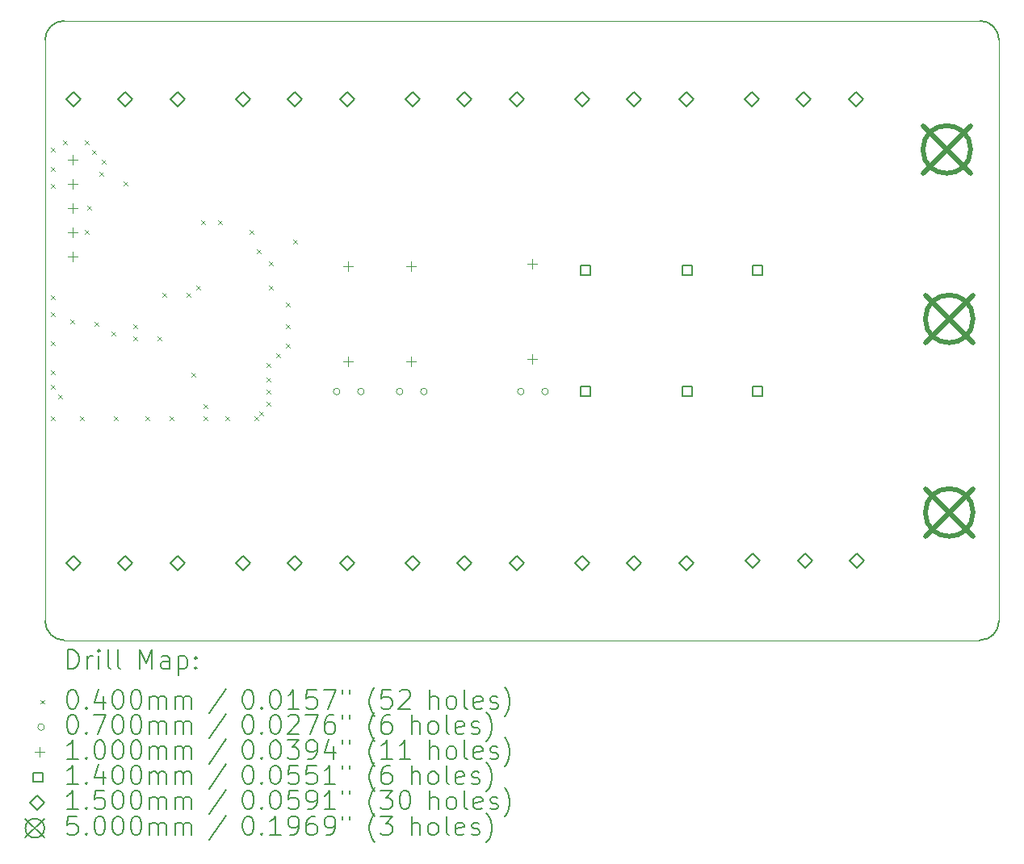
<source format=gbr>
%TF.GenerationSoftware,KiCad,Pcbnew,(6.99.0-3568-gdcfcfd5f29)*%
%TF.CreationDate,2022-10-04T16:24:15+03:00*%
%TF.ProjectId,welder ac diy,77656c64-6572-4206-9163-206469792e6b,rev?*%
%TF.SameCoordinates,Original*%
%TF.FileFunction,Drillmap*%
%TF.FilePolarity,Positive*%
%FSLAX45Y45*%
G04 Gerber Fmt 4.5, Leading zero omitted, Abs format (unit mm)*
G04 Created by KiCad (PCBNEW (6.99.0-3568-gdcfcfd5f29)) date 2022-10-04 16:24:15*
%MOMM*%
%LPD*%
G01*
G04 APERTURE LIST*
%ADD10C,0.150000*%
%ADD11C,0.100000*%
%ADD12C,0.200000*%
%ADD13C,0.040000*%
%ADD14C,0.070000*%
%ADD15C,0.140000*%
%ADD16C,0.500000*%
G04 APERTURE END LIST*
D10*
X5200000Y-5000000D02*
G75*
G03*
X5000000Y-5200000I0J-200000D01*
G01*
X14800000Y-11500000D02*
G75*
G03*
X15000000Y-11300000I0J200000D01*
G01*
D11*
X5200000Y-5000000D02*
X14800000Y-5000000D01*
X15000000Y-5200000D02*
X15000000Y-11300000D01*
D10*
X5000000Y-11300000D02*
G75*
G03*
X5200000Y-11500000I200000J0D01*
G01*
D11*
X14800000Y-11500000D02*
X5200000Y-11500000D01*
X5000000Y-11300000D02*
X5000000Y-5200000D01*
D10*
X15000000Y-5200000D02*
G75*
G03*
X14800000Y-5000000I-200000J0D01*
G01*
D12*
D13*
X5060000Y-6330000D02*
X5100000Y-6370000D01*
X5100000Y-6330000D02*
X5060000Y-6370000D01*
X5060000Y-6533200D02*
X5100000Y-6573200D01*
X5100000Y-6533200D02*
X5060000Y-6573200D01*
X5060000Y-6711000D02*
X5100000Y-6751000D01*
X5100000Y-6711000D02*
X5060000Y-6751000D01*
X5060000Y-7879400D02*
X5100000Y-7919400D01*
X5100000Y-7879400D02*
X5060000Y-7919400D01*
X5060000Y-8057200D02*
X5100000Y-8097200D01*
X5100000Y-8057200D02*
X5060000Y-8097200D01*
X5060000Y-8362000D02*
X5100000Y-8402000D01*
X5100000Y-8362000D02*
X5060000Y-8402000D01*
X5060000Y-8666800D02*
X5100000Y-8706800D01*
X5100000Y-8666800D02*
X5060000Y-8706800D01*
X5060000Y-8819200D02*
X5100000Y-8859200D01*
X5100000Y-8819200D02*
X5060000Y-8859200D01*
X5060000Y-9149400D02*
X5100000Y-9189400D01*
X5100000Y-9149400D02*
X5060000Y-9189400D01*
X5136200Y-8920800D02*
X5176200Y-8960800D01*
X5176200Y-8920800D02*
X5136200Y-8960800D01*
X5187000Y-6253800D02*
X5227000Y-6293800D01*
X5227000Y-6253800D02*
X5187000Y-6293800D01*
X5263200Y-8133400D02*
X5303200Y-8173400D01*
X5303200Y-8133400D02*
X5263200Y-8173400D01*
X5364800Y-9149400D02*
X5404800Y-9189400D01*
X5404800Y-9149400D02*
X5364800Y-9189400D01*
X5415600Y-6253800D02*
X5455600Y-6293800D01*
X5455600Y-6253800D02*
X5415600Y-6293800D01*
X5418600Y-7196600D02*
X5458600Y-7236600D01*
X5458600Y-7196600D02*
X5418600Y-7236600D01*
X5441000Y-6939600D02*
X5481000Y-6979600D01*
X5481000Y-6939600D02*
X5441000Y-6979600D01*
X5491800Y-6355400D02*
X5531800Y-6395400D01*
X5531800Y-6355400D02*
X5491800Y-6395400D01*
X5517200Y-8158800D02*
X5557200Y-8198800D01*
X5557200Y-8158800D02*
X5517200Y-8198800D01*
X5568000Y-6584000D02*
X5608000Y-6624000D01*
X5608000Y-6584000D02*
X5568000Y-6624000D01*
X5593400Y-6457000D02*
X5633400Y-6497000D01*
X5633400Y-6457000D02*
X5593400Y-6497000D01*
X5695000Y-8260400D02*
X5735000Y-8300400D01*
X5735000Y-8260400D02*
X5695000Y-8300400D01*
X5720400Y-9149400D02*
X5760400Y-9189400D01*
X5760400Y-9149400D02*
X5720400Y-9189400D01*
X5822000Y-6685600D02*
X5862000Y-6725600D01*
X5862000Y-6685600D02*
X5822000Y-6725600D01*
X5923600Y-8184200D02*
X5963600Y-8224200D01*
X5963600Y-8184200D02*
X5923600Y-8224200D01*
X5923600Y-8311200D02*
X5963600Y-8351200D01*
X5963600Y-8311200D02*
X5923600Y-8351200D01*
X6050600Y-9149400D02*
X6090600Y-9189400D01*
X6090600Y-9149400D02*
X6050600Y-9189400D01*
X6177600Y-8311200D02*
X6217600Y-8351200D01*
X6217600Y-8311200D02*
X6177600Y-8351200D01*
X6228400Y-7854000D02*
X6268400Y-7894000D01*
X6268400Y-7854000D02*
X6228400Y-7894000D01*
X6304600Y-9149400D02*
X6344600Y-9189400D01*
X6344600Y-9149400D02*
X6304600Y-9189400D01*
X6482400Y-7856150D02*
X6522400Y-7896150D01*
X6522400Y-7856150D02*
X6482400Y-7896150D01*
X6533200Y-8692200D02*
X6573200Y-8732200D01*
X6573200Y-8692200D02*
X6533200Y-8732200D01*
X6584000Y-7777800D02*
X6624000Y-7817800D01*
X6624000Y-7777800D02*
X6584000Y-7817800D01*
X6634800Y-7092000D02*
X6674800Y-7132000D01*
X6674800Y-7092000D02*
X6634800Y-7132000D01*
X6660200Y-9022400D02*
X6700200Y-9062400D01*
X6700200Y-9022400D02*
X6660200Y-9062400D01*
X6660200Y-9149400D02*
X6700200Y-9189400D01*
X6700200Y-9149400D02*
X6660200Y-9189400D01*
X6812600Y-7092000D02*
X6852600Y-7132000D01*
X6852600Y-7092000D02*
X6812600Y-7132000D01*
X6888800Y-9149400D02*
X6928800Y-9189400D01*
X6928800Y-9149400D02*
X6888800Y-9189400D01*
X7142800Y-7193600D02*
X7182800Y-7233600D01*
X7182800Y-7193600D02*
X7142800Y-7233600D01*
X7193600Y-9149400D02*
X7233600Y-9189400D01*
X7233600Y-9149400D02*
X7193600Y-9189400D01*
X7219000Y-7396800D02*
X7259000Y-7436800D01*
X7259000Y-7396800D02*
X7219000Y-7436800D01*
X7244400Y-9098600D02*
X7284400Y-9138600D01*
X7284400Y-9098600D02*
X7244400Y-9138600D01*
X7320600Y-8590600D02*
X7360600Y-8630600D01*
X7360600Y-8590600D02*
X7320600Y-8630600D01*
X7320600Y-8743000D02*
X7360600Y-8783000D01*
X7360600Y-8743000D02*
X7320600Y-8783000D01*
X7320600Y-8870000D02*
X7360600Y-8910000D01*
X7360600Y-8870000D02*
X7320600Y-8910000D01*
X7320600Y-8997000D02*
X7360600Y-9037000D01*
X7360600Y-8997000D02*
X7320600Y-9037000D01*
X7346000Y-7523800D02*
X7386000Y-7563800D01*
X7386000Y-7523800D02*
X7346000Y-7563800D01*
X7346000Y-7777800D02*
X7386000Y-7817800D01*
X7386000Y-7777800D02*
X7346000Y-7817800D01*
X7422200Y-8489000D02*
X7462200Y-8529000D01*
X7462200Y-8489000D02*
X7422200Y-8529000D01*
X7523800Y-7955600D02*
X7563800Y-7995600D01*
X7563800Y-7955600D02*
X7523800Y-7995600D01*
X7523800Y-8184200D02*
X7563800Y-8224200D01*
X7563800Y-8184200D02*
X7523800Y-8224200D01*
X7523800Y-8387400D02*
X7563800Y-8427400D01*
X7563800Y-8387400D02*
X7523800Y-8427400D01*
X7600000Y-7295200D02*
X7640000Y-7335200D01*
X7640000Y-7295200D02*
X7600000Y-7335200D01*
D14*
X8091800Y-8890000D02*
G75*
G03*
X8091800Y-8890000I-35000J0D01*
G01*
X8345800Y-8890000D02*
G75*
G03*
X8345800Y-8890000I-35000J0D01*
G01*
X8752200Y-8890000D02*
G75*
G03*
X8752200Y-8890000I-35000J0D01*
G01*
X9006200Y-8890000D02*
G75*
G03*
X9006200Y-8890000I-35000J0D01*
G01*
X10022200Y-8890000D02*
G75*
G03*
X10022200Y-8890000I-35000J0D01*
G01*
X10276200Y-8890000D02*
G75*
G03*
X10276200Y-8890000I-35000J0D01*
G01*
D11*
X5285700Y-6404600D02*
X5285700Y-6504600D01*
X5235700Y-6454600D02*
X5335700Y-6454600D01*
X5285700Y-6658600D02*
X5285700Y-6758600D01*
X5235700Y-6708600D02*
X5335700Y-6708600D01*
X5285700Y-6912600D02*
X5285700Y-7012600D01*
X5235700Y-6962600D02*
X5335700Y-6962600D01*
X5285700Y-7166600D02*
X5285700Y-7266600D01*
X5235700Y-7216600D02*
X5335700Y-7216600D01*
X5285700Y-7420600D02*
X5285700Y-7520600D01*
X5235700Y-7470600D02*
X5335700Y-7470600D01*
X8178800Y-7527200D02*
X8178800Y-7627200D01*
X8128800Y-7577200D02*
X8228800Y-7577200D01*
X8178800Y-8527200D02*
X8178800Y-8627200D01*
X8128800Y-8577200D02*
X8228800Y-8577200D01*
X8839200Y-7527200D02*
X8839200Y-7627200D01*
X8789200Y-7577200D02*
X8889200Y-7577200D01*
X8839200Y-8527200D02*
X8839200Y-8627200D01*
X8789200Y-8577200D02*
X8889200Y-8577200D01*
X10109200Y-7501800D02*
X10109200Y-7601800D01*
X10059200Y-7551800D02*
X10159200Y-7551800D01*
X10109200Y-8501800D02*
X10109200Y-8601800D01*
X10059200Y-8551800D02*
X10159200Y-8551800D01*
D15*
X10717498Y-7669498D02*
X10717498Y-7570502D01*
X10618502Y-7570502D01*
X10618502Y-7669498D01*
X10717498Y-7669498D01*
X10717498Y-8939498D02*
X10717498Y-8840502D01*
X10618502Y-8840502D01*
X10618502Y-8939498D01*
X10717498Y-8939498D01*
X11784298Y-7669498D02*
X11784298Y-7570502D01*
X11685302Y-7570502D01*
X11685302Y-7669498D01*
X11784298Y-7669498D01*
X11784298Y-8939498D02*
X11784298Y-8840502D01*
X11685302Y-8840502D01*
X11685302Y-8939498D01*
X11784298Y-8939498D01*
X12520898Y-7669498D02*
X12520898Y-7570502D01*
X12421902Y-7570502D01*
X12421902Y-7669498D01*
X12520898Y-7669498D01*
X12520898Y-8939498D02*
X12520898Y-8840502D01*
X12421902Y-8840502D01*
X12421902Y-8939498D01*
X12520898Y-8939498D01*
D10*
X5297000Y-5895500D02*
X5372000Y-5820500D01*
X5297000Y-5745500D01*
X5222000Y-5820500D01*
X5297000Y-5895500D01*
X5297000Y-10764500D02*
X5372000Y-10689500D01*
X5297000Y-10614500D01*
X5222000Y-10689500D01*
X5297000Y-10764500D01*
X5842000Y-5895500D02*
X5917000Y-5820500D01*
X5842000Y-5745500D01*
X5767000Y-5820500D01*
X5842000Y-5895500D01*
X5842000Y-10764500D02*
X5917000Y-10689500D01*
X5842000Y-10614500D01*
X5767000Y-10689500D01*
X5842000Y-10764500D01*
X6387000Y-5895500D02*
X6462000Y-5820500D01*
X6387000Y-5745500D01*
X6312000Y-5820500D01*
X6387000Y-5895500D01*
X6387000Y-10764500D02*
X6462000Y-10689500D01*
X6387000Y-10614500D01*
X6312000Y-10689500D01*
X6387000Y-10764500D01*
X7075000Y-5895500D02*
X7150000Y-5820500D01*
X7075000Y-5745500D01*
X7000000Y-5820500D01*
X7075000Y-5895500D01*
X7075000Y-10764500D02*
X7150000Y-10689500D01*
X7075000Y-10614500D01*
X7000000Y-10689500D01*
X7075000Y-10764500D01*
X7620000Y-5895500D02*
X7695000Y-5820500D01*
X7620000Y-5745500D01*
X7545000Y-5820500D01*
X7620000Y-5895500D01*
X7620000Y-10764500D02*
X7695000Y-10689500D01*
X7620000Y-10614500D01*
X7545000Y-10689500D01*
X7620000Y-10764500D01*
X8165000Y-5895500D02*
X8240000Y-5820500D01*
X8165000Y-5745500D01*
X8090000Y-5820500D01*
X8165000Y-5895500D01*
X8165000Y-10764500D02*
X8240000Y-10689500D01*
X8165000Y-10614500D01*
X8090000Y-10689500D01*
X8165000Y-10764500D01*
X8853000Y-5895500D02*
X8928000Y-5820500D01*
X8853000Y-5745500D01*
X8778000Y-5820500D01*
X8853000Y-5895500D01*
X8853000Y-10764500D02*
X8928000Y-10689500D01*
X8853000Y-10614500D01*
X8778000Y-10689500D01*
X8853000Y-10764500D01*
X9398000Y-5895500D02*
X9473000Y-5820500D01*
X9398000Y-5745500D01*
X9323000Y-5820500D01*
X9398000Y-5895500D01*
X9398000Y-10764500D02*
X9473000Y-10689500D01*
X9398000Y-10614500D01*
X9323000Y-10689500D01*
X9398000Y-10764500D01*
X9943000Y-5895500D02*
X10018000Y-5820500D01*
X9943000Y-5745500D01*
X9868000Y-5820500D01*
X9943000Y-5895500D01*
X9943000Y-10764500D02*
X10018000Y-10689500D01*
X9943000Y-10614500D01*
X9868000Y-10689500D01*
X9943000Y-10764500D01*
X10631000Y-5895500D02*
X10706000Y-5820500D01*
X10631000Y-5745500D01*
X10556000Y-5820500D01*
X10631000Y-5895500D01*
X10631000Y-10764500D02*
X10706000Y-10689500D01*
X10631000Y-10614500D01*
X10556000Y-10689500D01*
X10631000Y-10764500D01*
X11176000Y-5895500D02*
X11251000Y-5820500D01*
X11176000Y-5745500D01*
X11101000Y-5820500D01*
X11176000Y-5895500D01*
X11176000Y-10764500D02*
X11251000Y-10689500D01*
X11176000Y-10614500D01*
X11101000Y-10689500D01*
X11176000Y-10764500D01*
X11721000Y-5895500D02*
X11796000Y-5820500D01*
X11721000Y-5745500D01*
X11646000Y-5820500D01*
X11721000Y-5895500D01*
X11721000Y-10764500D02*
X11796000Y-10689500D01*
X11721000Y-10614500D01*
X11646000Y-10689500D01*
X11721000Y-10764500D01*
X12409000Y-5895500D02*
X12484000Y-5820500D01*
X12409000Y-5745500D01*
X12334000Y-5820500D01*
X12409000Y-5895500D01*
X12420600Y-10743000D02*
X12495600Y-10668000D01*
X12420600Y-10593000D01*
X12345600Y-10668000D01*
X12420600Y-10743000D01*
X12954000Y-5895500D02*
X13029000Y-5820500D01*
X12954000Y-5745500D01*
X12879000Y-5820500D01*
X12954000Y-5895500D01*
X12965600Y-10743000D02*
X13040600Y-10668000D01*
X12965600Y-10593000D01*
X12890600Y-10668000D01*
X12965600Y-10743000D01*
X13499000Y-5895500D02*
X13574000Y-5820500D01*
X13499000Y-5745500D01*
X13424000Y-5820500D01*
X13499000Y-5895500D01*
X13510600Y-10743000D02*
X13585600Y-10668000D01*
X13510600Y-10593000D01*
X13435600Y-10668000D01*
X13510600Y-10743000D01*
D16*
X14202600Y-6100000D02*
X14702600Y-6600000D01*
X14702600Y-6100000D02*
X14202600Y-6600000D01*
X14702600Y-6350000D02*
G75*
G03*
X14702600Y-6350000I-250000J0D01*
G01*
X14228000Y-7878000D02*
X14728000Y-8378000D01*
X14728000Y-7878000D02*
X14228000Y-8378000D01*
X14728000Y-8128000D02*
G75*
G03*
X14728000Y-8128000I-250000J0D01*
G01*
X14228000Y-9910000D02*
X14728000Y-10410000D01*
X14728000Y-9910000D02*
X14228000Y-10410000D01*
X14728000Y-10160000D02*
G75*
G03*
X14728000Y-10160000I-250000J0D01*
G01*
D12*
X5240119Y-11800976D02*
X5240119Y-11600976D01*
X5240119Y-11600976D02*
X5287738Y-11600976D01*
X5287738Y-11600976D02*
X5316310Y-11610500D01*
X5316310Y-11610500D02*
X5335357Y-11629548D01*
X5335357Y-11629548D02*
X5344881Y-11648595D01*
X5344881Y-11648595D02*
X5354405Y-11686690D01*
X5354405Y-11686690D02*
X5354405Y-11715262D01*
X5354405Y-11715262D02*
X5344881Y-11753357D01*
X5344881Y-11753357D02*
X5335357Y-11772405D01*
X5335357Y-11772405D02*
X5316310Y-11791452D01*
X5316310Y-11791452D02*
X5287738Y-11800976D01*
X5287738Y-11800976D02*
X5240119Y-11800976D01*
X5440119Y-11800976D02*
X5440119Y-11667643D01*
X5440119Y-11705738D02*
X5449643Y-11686690D01*
X5449643Y-11686690D02*
X5459167Y-11677167D01*
X5459167Y-11677167D02*
X5478214Y-11667643D01*
X5478214Y-11667643D02*
X5497262Y-11667643D01*
X5563929Y-11800976D02*
X5563929Y-11667643D01*
X5563929Y-11600976D02*
X5554405Y-11610500D01*
X5554405Y-11610500D02*
X5563929Y-11620024D01*
X5563929Y-11620024D02*
X5573452Y-11610500D01*
X5573452Y-11610500D02*
X5563929Y-11600976D01*
X5563929Y-11600976D02*
X5563929Y-11620024D01*
X5687738Y-11800976D02*
X5668690Y-11791452D01*
X5668690Y-11791452D02*
X5659167Y-11772405D01*
X5659167Y-11772405D02*
X5659167Y-11600976D01*
X5792500Y-11800976D02*
X5773452Y-11791452D01*
X5773452Y-11791452D02*
X5763928Y-11772405D01*
X5763928Y-11772405D02*
X5763928Y-11600976D01*
X5988690Y-11800976D02*
X5988690Y-11600976D01*
X5988690Y-11600976D02*
X6055357Y-11743833D01*
X6055357Y-11743833D02*
X6122024Y-11600976D01*
X6122024Y-11600976D02*
X6122024Y-11800976D01*
X6302976Y-11800976D02*
X6302976Y-11696214D01*
X6302976Y-11696214D02*
X6293452Y-11677167D01*
X6293452Y-11677167D02*
X6274405Y-11667643D01*
X6274405Y-11667643D02*
X6236309Y-11667643D01*
X6236309Y-11667643D02*
X6217262Y-11677167D01*
X6302976Y-11791452D02*
X6283928Y-11800976D01*
X6283928Y-11800976D02*
X6236309Y-11800976D01*
X6236309Y-11800976D02*
X6217262Y-11791452D01*
X6217262Y-11791452D02*
X6207738Y-11772405D01*
X6207738Y-11772405D02*
X6207738Y-11753357D01*
X6207738Y-11753357D02*
X6217262Y-11734309D01*
X6217262Y-11734309D02*
X6236309Y-11724786D01*
X6236309Y-11724786D02*
X6283928Y-11724786D01*
X6283928Y-11724786D02*
X6302976Y-11715262D01*
X6398214Y-11667643D02*
X6398214Y-11867643D01*
X6398214Y-11677167D02*
X6417262Y-11667643D01*
X6417262Y-11667643D02*
X6455357Y-11667643D01*
X6455357Y-11667643D02*
X6474405Y-11677167D01*
X6474405Y-11677167D02*
X6483928Y-11686690D01*
X6483928Y-11686690D02*
X6493452Y-11705738D01*
X6493452Y-11705738D02*
X6493452Y-11762881D01*
X6493452Y-11762881D02*
X6483928Y-11781928D01*
X6483928Y-11781928D02*
X6474405Y-11791452D01*
X6474405Y-11791452D02*
X6455357Y-11800976D01*
X6455357Y-11800976D02*
X6417262Y-11800976D01*
X6417262Y-11800976D02*
X6398214Y-11791452D01*
X6579167Y-11781928D02*
X6588690Y-11791452D01*
X6588690Y-11791452D02*
X6579167Y-11800976D01*
X6579167Y-11800976D02*
X6569643Y-11791452D01*
X6569643Y-11791452D02*
X6579167Y-11781928D01*
X6579167Y-11781928D02*
X6579167Y-11800976D01*
X6579167Y-11677167D02*
X6588690Y-11686690D01*
X6588690Y-11686690D02*
X6579167Y-11696214D01*
X6579167Y-11696214D02*
X6569643Y-11686690D01*
X6569643Y-11686690D02*
X6579167Y-11677167D01*
X6579167Y-11677167D02*
X6579167Y-11696214D01*
D13*
X4952500Y-12127500D02*
X4992500Y-12167500D01*
X4992500Y-12127500D02*
X4952500Y-12167500D01*
D12*
X5278214Y-12020976D02*
X5297262Y-12020976D01*
X5297262Y-12020976D02*
X5316310Y-12030500D01*
X5316310Y-12030500D02*
X5325833Y-12040024D01*
X5325833Y-12040024D02*
X5335357Y-12059071D01*
X5335357Y-12059071D02*
X5344881Y-12097167D01*
X5344881Y-12097167D02*
X5344881Y-12144786D01*
X5344881Y-12144786D02*
X5335357Y-12182881D01*
X5335357Y-12182881D02*
X5325833Y-12201928D01*
X5325833Y-12201928D02*
X5316310Y-12211452D01*
X5316310Y-12211452D02*
X5297262Y-12220976D01*
X5297262Y-12220976D02*
X5278214Y-12220976D01*
X5278214Y-12220976D02*
X5259167Y-12211452D01*
X5259167Y-12211452D02*
X5249643Y-12201928D01*
X5249643Y-12201928D02*
X5240119Y-12182881D01*
X5240119Y-12182881D02*
X5230595Y-12144786D01*
X5230595Y-12144786D02*
X5230595Y-12097167D01*
X5230595Y-12097167D02*
X5240119Y-12059071D01*
X5240119Y-12059071D02*
X5249643Y-12040024D01*
X5249643Y-12040024D02*
X5259167Y-12030500D01*
X5259167Y-12030500D02*
X5278214Y-12020976D01*
X5430595Y-12201928D02*
X5440119Y-12211452D01*
X5440119Y-12211452D02*
X5430595Y-12220976D01*
X5430595Y-12220976D02*
X5421071Y-12211452D01*
X5421071Y-12211452D02*
X5430595Y-12201928D01*
X5430595Y-12201928D02*
X5430595Y-12220976D01*
X5611548Y-12087643D02*
X5611548Y-12220976D01*
X5563929Y-12011452D02*
X5516310Y-12154309D01*
X5516310Y-12154309D02*
X5640119Y-12154309D01*
X5754405Y-12020976D02*
X5773452Y-12020976D01*
X5773452Y-12020976D02*
X5792500Y-12030500D01*
X5792500Y-12030500D02*
X5802024Y-12040024D01*
X5802024Y-12040024D02*
X5811548Y-12059071D01*
X5811548Y-12059071D02*
X5821071Y-12097167D01*
X5821071Y-12097167D02*
X5821071Y-12144786D01*
X5821071Y-12144786D02*
X5811548Y-12182881D01*
X5811548Y-12182881D02*
X5802024Y-12201928D01*
X5802024Y-12201928D02*
X5792500Y-12211452D01*
X5792500Y-12211452D02*
X5773452Y-12220976D01*
X5773452Y-12220976D02*
X5754405Y-12220976D01*
X5754405Y-12220976D02*
X5735357Y-12211452D01*
X5735357Y-12211452D02*
X5725833Y-12201928D01*
X5725833Y-12201928D02*
X5716309Y-12182881D01*
X5716309Y-12182881D02*
X5706786Y-12144786D01*
X5706786Y-12144786D02*
X5706786Y-12097167D01*
X5706786Y-12097167D02*
X5716309Y-12059071D01*
X5716309Y-12059071D02*
X5725833Y-12040024D01*
X5725833Y-12040024D02*
X5735357Y-12030500D01*
X5735357Y-12030500D02*
X5754405Y-12020976D01*
X5944881Y-12020976D02*
X5963929Y-12020976D01*
X5963929Y-12020976D02*
X5982976Y-12030500D01*
X5982976Y-12030500D02*
X5992500Y-12040024D01*
X5992500Y-12040024D02*
X6002024Y-12059071D01*
X6002024Y-12059071D02*
X6011548Y-12097167D01*
X6011548Y-12097167D02*
X6011548Y-12144786D01*
X6011548Y-12144786D02*
X6002024Y-12182881D01*
X6002024Y-12182881D02*
X5992500Y-12201928D01*
X5992500Y-12201928D02*
X5982976Y-12211452D01*
X5982976Y-12211452D02*
X5963929Y-12220976D01*
X5963929Y-12220976D02*
X5944881Y-12220976D01*
X5944881Y-12220976D02*
X5925833Y-12211452D01*
X5925833Y-12211452D02*
X5916309Y-12201928D01*
X5916309Y-12201928D02*
X5906786Y-12182881D01*
X5906786Y-12182881D02*
X5897262Y-12144786D01*
X5897262Y-12144786D02*
X5897262Y-12097167D01*
X5897262Y-12097167D02*
X5906786Y-12059071D01*
X5906786Y-12059071D02*
X5916309Y-12040024D01*
X5916309Y-12040024D02*
X5925833Y-12030500D01*
X5925833Y-12030500D02*
X5944881Y-12020976D01*
X6097262Y-12220976D02*
X6097262Y-12087643D01*
X6097262Y-12106690D02*
X6106786Y-12097167D01*
X6106786Y-12097167D02*
X6125833Y-12087643D01*
X6125833Y-12087643D02*
X6154405Y-12087643D01*
X6154405Y-12087643D02*
X6173452Y-12097167D01*
X6173452Y-12097167D02*
X6182976Y-12116214D01*
X6182976Y-12116214D02*
X6182976Y-12220976D01*
X6182976Y-12116214D02*
X6192500Y-12097167D01*
X6192500Y-12097167D02*
X6211548Y-12087643D01*
X6211548Y-12087643D02*
X6240119Y-12087643D01*
X6240119Y-12087643D02*
X6259167Y-12097167D01*
X6259167Y-12097167D02*
X6268690Y-12116214D01*
X6268690Y-12116214D02*
X6268690Y-12220976D01*
X6363929Y-12220976D02*
X6363929Y-12087643D01*
X6363929Y-12106690D02*
X6373452Y-12097167D01*
X6373452Y-12097167D02*
X6392500Y-12087643D01*
X6392500Y-12087643D02*
X6421071Y-12087643D01*
X6421071Y-12087643D02*
X6440119Y-12097167D01*
X6440119Y-12097167D02*
X6449643Y-12116214D01*
X6449643Y-12116214D02*
X6449643Y-12220976D01*
X6449643Y-12116214D02*
X6459167Y-12097167D01*
X6459167Y-12097167D02*
X6478214Y-12087643D01*
X6478214Y-12087643D02*
X6506786Y-12087643D01*
X6506786Y-12087643D02*
X6525833Y-12097167D01*
X6525833Y-12097167D02*
X6535357Y-12116214D01*
X6535357Y-12116214D02*
X6535357Y-12220976D01*
X6893452Y-12011452D02*
X6722024Y-12268595D01*
X7118214Y-12020976D02*
X7137262Y-12020976D01*
X7137262Y-12020976D02*
X7156310Y-12030500D01*
X7156310Y-12030500D02*
X7165833Y-12040024D01*
X7165833Y-12040024D02*
X7175357Y-12059071D01*
X7175357Y-12059071D02*
X7184881Y-12097167D01*
X7184881Y-12097167D02*
X7184881Y-12144786D01*
X7184881Y-12144786D02*
X7175357Y-12182881D01*
X7175357Y-12182881D02*
X7165833Y-12201928D01*
X7165833Y-12201928D02*
X7156310Y-12211452D01*
X7156310Y-12211452D02*
X7137262Y-12220976D01*
X7137262Y-12220976D02*
X7118214Y-12220976D01*
X7118214Y-12220976D02*
X7099167Y-12211452D01*
X7099167Y-12211452D02*
X7089643Y-12201928D01*
X7089643Y-12201928D02*
X7080119Y-12182881D01*
X7080119Y-12182881D02*
X7070595Y-12144786D01*
X7070595Y-12144786D02*
X7070595Y-12097167D01*
X7070595Y-12097167D02*
X7080119Y-12059071D01*
X7080119Y-12059071D02*
X7089643Y-12040024D01*
X7089643Y-12040024D02*
X7099167Y-12030500D01*
X7099167Y-12030500D02*
X7118214Y-12020976D01*
X7270595Y-12201928D02*
X7280119Y-12211452D01*
X7280119Y-12211452D02*
X7270595Y-12220976D01*
X7270595Y-12220976D02*
X7261071Y-12211452D01*
X7261071Y-12211452D02*
X7270595Y-12201928D01*
X7270595Y-12201928D02*
X7270595Y-12220976D01*
X7403929Y-12020976D02*
X7422976Y-12020976D01*
X7422976Y-12020976D02*
X7442024Y-12030500D01*
X7442024Y-12030500D02*
X7451548Y-12040024D01*
X7451548Y-12040024D02*
X7461071Y-12059071D01*
X7461071Y-12059071D02*
X7470595Y-12097167D01*
X7470595Y-12097167D02*
X7470595Y-12144786D01*
X7470595Y-12144786D02*
X7461071Y-12182881D01*
X7461071Y-12182881D02*
X7451548Y-12201928D01*
X7451548Y-12201928D02*
X7442024Y-12211452D01*
X7442024Y-12211452D02*
X7422976Y-12220976D01*
X7422976Y-12220976D02*
X7403929Y-12220976D01*
X7403929Y-12220976D02*
X7384881Y-12211452D01*
X7384881Y-12211452D02*
X7375357Y-12201928D01*
X7375357Y-12201928D02*
X7365833Y-12182881D01*
X7365833Y-12182881D02*
X7356310Y-12144786D01*
X7356310Y-12144786D02*
X7356310Y-12097167D01*
X7356310Y-12097167D02*
X7365833Y-12059071D01*
X7365833Y-12059071D02*
X7375357Y-12040024D01*
X7375357Y-12040024D02*
X7384881Y-12030500D01*
X7384881Y-12030500D02*
X7403929Y-12020976D01*
X7661071Y-12220976D02*
X7546786Y-12220976D01*
X7603929Y-12220976D02*
X7603929Y-12020976D01*
X7603929Y-12020976D02*
X7584881Y-12049548D01*
X7584881Y-12049548D02*
X7565833Y-12068595D01*
X7565833Y-12068595D02*
X7546786Y-12078119D01*
X7842024Y-12020976D02*
X7746786Y-12020976D01*
X7746786Y-12020976D02*
X7737262Y-12116214D01*
X7737262Y-12116214D02*
X7746786Y-12106690D01*
X7746786Y-12106690D02*
X7765833Y-12097167D01*
X7765833Y-12097167D02*
X7813452Y-12097167D01*
X7813452Y-12097167D02*
X7832500Y-12106690D01*
X7832500Y-12106690D02*
X7842024Y-12116214D01*
X7842024Y-12116214D02*
X7851548Y-12135262D01*
X7851548Y-12135262D02*
X7851548Y-12182881D01*
X7851548Y-12182881D02*
X7842024Y-12201928D01*
X7842024Y-12201928D02*
X7832500Y-12211452D01*
X7832500Y-12211452D02*
X7813452Y-12220976D01*
X7813452Y-12220976D02*
X7765833Y-12220976D01*
X7765833Y-12220976D02*
X7746786Y-12211452D01*
X7746786Y-12211452D02*
X7737262Y-12201928D01*
X7918214Y-12020976D02*
X8051548Y-12020976D01*
X8051548Y-12020976D02*
X7965833Y-12220976D01*
X8118214Y-12020976D02*
X8118214Y-12059071D01*
X8194405Y-12020976D02*
X8194405Y-12059071D01*
X8457262Y-12297167D02*
X8447738Y-12287643D01*
X8447738Y-12287643D02*
X8428691Y-12259071D01*
X8428691Y-12259071D02*
X8419167Y-12240024D01*
X8419167Y-12240024D02*
X8409643Y-12211452D01*
X8409643Y-12211452D02*
X8400119Y-12163833D01*
X8400119Y-12163833D02*
X8400119Y-12125738D01*
X8400119Y-12125738D02*
X8409643Y-12078119D01*
X8409643Y-12078119D02*
X8419167Y-12049548D01*
X8419167Y-12049548D02*
X8428691Y-12030500D01*
X8428691Y-12030500D02*
X8447738Y-12001928D01*
X8447738Y-12001928D02*
X8457262Y-11992405D01*
X8628691Y-12020976D02*
X8533453Y-12020976D01*
X8533453Y-12020976D02*
X8523929Y-12116214D01*
X8523929Y-12116214D02*
X8533453Y-12106690D01*
X8533453Y-12106690D02*
X8552500Y-12097167D01*
X8552500Y-12097167D02*
X8600119Y-12097167D01*
X8600119Y-12097167D02*
X8619167Y-12106690D01*
X8619167Y-12106690D02*
X8628691Y-12116214D01*
X8628691Y-12116214D02*
X8638214Y-12135262D01*
X8638214Y-12135262D02*
X8638214Y-12182881D01*
X8638214Y-12182881D02*
X8628691Y-12201928D01*
X8628691Y-12201928D02*
X8619167Y-12211452D01*
X8619167Y-12211452D02*
X8600119Y-12220976D01*
X8600119Y-12220976D02*
X8552500Y-12220976D01*
X8552500Y-12220976D02*
X8533453Y-12211452D01*
X8533453Y-12211452D02*
X8523929Y-12201928D01*
X8714405Y-12040024D02*
X8723929Y-12030500D01*
X8723929Y-12030500D02*
X8742976Y-12020976D01*
X8742976Y-12020976D02*
X8790595Y-12020976D01*
X8790595Y-12020976D02*
X8809643Y-12030500D01*
X8809643Y-12030500D02*
X8819167Y-12040024D01*
X8819167Y-12040024D02*
X8828691Y-12059071D01*
X8828691Y-12059071D02*
X8828691Y-12078119D01*
X8828691Y-12078119D02*
X8819167Y-12106690D01*
X8819167Y-12106690D02*
X8704881Y-12220976D01*
X8704881Y-12220976D02*
X8828691Y-12220976D01*
X9034405Y-12220976D02*
X9034405Y-12020976D01*
X9120119Y-12220976D02*
X9120119Y-12116214D01*
X9120119Y-12116214D02*
X9110595Y-12097167D01*
X9110595Y-12097167D02*
X9091548Y-12087643D01*
X9091548Y-12087643D02*
X9062976Y-12087643D01*
X9062976Y-12087643D02*
X9043929Y-12097167D01*
X9043929Y-12097167D02*
X9034405Y-12106690D01*
X9243929Y-12220976D02*
X9224881Y-12211452D01*
X9224881Y-12211452D02*
X9215357Y-12201928D01*
X9215357Y-12201928D02*
X9205834Y-12182881D01*
X9205834Y-12182881D02*
X9205834Y-12125738D01*
X9205834Y-12125738D02*
X9215357Y-12106690D01*
X9215357Y-12106690D02*
X9224881Y-12097167D01*
X9224881Y-12097167D02*
X9243929Y-12087643D01*
X9243929Y-12087643D02*
X9272500Y-12087643D01*
X9272500Y-12087643D02*
X9291548Y-12097167D01*
X9291548Y-12097167D02*
X9301072Y-12106690D01*
X9301072Y-12106690D02*
X9310595Y-12125738D01*
X9310595Y-12125738D02*
X9310595Y-12182881D01*
X9310595Y-12182881D02*
X9301072Y-12201928D01*
X9301072Y-12201928D02*
X9291548Y-12211452D01*
X9291548Y-12211452D02*
X9272500Y-12220976D01*
X9272500Y-12220976D02*
X9243929Y-12220976D01*
X9424881Y-12220976D02*
X9405834Y-12211452D01*
X9405834Y-12211452D02*
X9396310Y-12192405D01*
X9396310Y-12192405D02*
X9396310Y-12020976D01*
X9577262Y-12211452D02*
X9558215Y-12220976D01*
X9558215Y-12220976D02*
X9520119Y-12220976D01*
X9520119Y-12220976D02*
X9501072Y-12211452D01*
X9501072Y-12211452D02*
X9491548Y-12192405D01*
X9491548Y-12192405D02*
X9491548Y-12116214D01*
X9491548Y-12116214D02*
X9501072Y-12097167D01*
X9501072Y-12097167D02*
X9520119Y-12087643D01*
X9520119Y-12087643D02*
X9558215Y-12087643D01*
X9558215Y-12087643D02*
X9577262Y-12097167D01*
X9577262Y-12097167D02*
X9586786Y-12116214D01*
X9586786Y-12116214D02*
X9586786Y-12135262D01*
X9586786Y-12135262D02*
X9491548Y-12154309D01*
X9662976Y-12211452D02*
X9682024Y-12220976D01*
X9682024Y-12220976D02*
X9720119Y-12220976D01*
X9720119Y-12220976D02*
X9739167Y-12211452D01*
X9739167Y-12211452D02*
X9748691Y-12192405D01*
X9748691Y-12192405D02*
X9748691Y-12182881D01*
X9748691Y-12182881D02*
X9739167Y-12163833D01*
X9739167Y-12163833D02*
X9720119Y-12154309D01*
X9720119Y-12154309D02*
X9691548Y-12154309D01*
X9691548Y-12154309D02*
X9672500Y-12144786D01*
X9672500Y-12144786D02*
X9662976Y-12125738D01*
X9662976Y-12125738D02*
X9662976Y-12116214D01*
X9662976Y-12116214D02*
X9672500Y-12097167D01*
X9672500Y-12097167D02*
X9691548Y-12087643D01*
X9691548Y-12087643D02*
X9720119Y-12087643D01*
X9720119Y-12087643D02*
X9739167Y-12097167D01*
X9815357Y-12297167D02*
X9824881Y-12287643D01*
X9824881Y-12287643D02*
X9843929Y-12259071D01*
X9843929Y-12259071D02*
X9853453Y-12240024D01*
X9853453Y-12240024D02*
X9862976Y-12211452D01*
X9862976Y-12211452D02*
X9872500Y-12163833D01*
X9872500Y-12163833D02*
X9872500Y-12125738D01*
X9872500Y-12125738D02*
X9862976Y-12078119D01*
X9862976Y-12078119D02*
X9853453Y-12049548D01*
X9853453Y-12049548D02*
X9843929Y-12030500D01*
X9843929Y-12030500D02*
X9824881Y-12001928D01*
X9824881Y-12001928D02*
X9815357Y-11992405D01*
D14*
X4992500Y-12411500D02*
G75*
G03*
X4992500Y-12411500I-35000J0D01*
G01*
D12*
X5278214Y-12284976D02*
X5297262Y-12284976D01*
X5297262Y-12284976D02*
X5316310Y-12294500D01*
X5316310Y-12294500D02*
X5325833Y-12304024D01*
X5325833Y-12304024D02*
X5335357Y-12323071D01*
X5335357Y-12323071D02*
X5344881Y-12361167D01*
X5344881Y-12361167D02*
X5344881Y-12408786D01*
X5344881Y-12408786D02*
X5335357Y-12446881D01*
X5335357Y-12446881D02*
X5325833Y-12465928D01*
X5325833Y-12465928D02*
X5316310Y-12475452D01*
X5316310Y-12475452D02*
X5297262Y-12484976D01*
X5297262Y-12484976D02*
X5278214Y-12484976D01*
X5278214Y-12484976D02*
X5259167Y-12475452D01*
X5259167Y-12475452D02*
X5249643Y-12465928D01*
X5249643Y-12465928D02*
X5240119Y-12446881D01*
X5240119Y-12446881D02*
X5230595Y-12408786D01*
X5230595Y-12408786D02*
X5230595Y-12361167D01*
X5230595Y-12361167D02*
X5240119Y-12323071D01*
X5240119Y-12323071D02*
X5249643Y-12304024D01*
X5249643Y-12304024D02*
X5259167Y-12294500D01*
X5259167Y-12294500D02*
X5278214Y-12284976D01*
X5430595Y-12465928D02*
X5440119Y-12475452D01*
X5440119Y-12475452D02*
X5430595Y-12484976D01*
X5430595Y-12484976D02*
X5421071Y-12475452D01*
X5421071Y-12475452D02*
X5430595Y-12465928D01*
X5430595Y-12465928D02*
X5430595Y-12484976D01*
X5506786Y-12284976D02*
X5640119Y-12284976D01*
X5640119Y-12284976D02*
X5554405Y-12484976D01*
X5754405Y-12284976D02*
X5773452Y-12284976D01*
X5773452Y-12284976D02*
X5792500Y-12294500D01*
X5792500Y-12294500D02*
X5802024Y-12304024D01*
X5802024Y-12304024D02*
X5811548Y-12323071D01*
X5811548Y-12323071D02*
X5821071Y-12361167D01*
X5821071Y-12361167D02*
X5821071Y-12408786D01*
X5821071Y-12408786D02*
X5811548Y-12446881D01*
X5811548Y-12446881D02*
X5802024Y-12465928D01*
X5802024Y-12465928D02*
X5792500Y-12475452D01*
X5792500Y-12475452D02*
X5773452Y-12484976D01*
X5773452Y-12484976D02*
X5754405Y-12484976D01*
X5754405Y-12484976D02*
X5735357Y-12475452D01*
X5735357Y-12475452D02*
X5725833Y-12465928D01*
X5725833Y-12465928D02*
X5716309Y-12446881D01*
X5716309Y-12446881D02*
X5706786Y-12408786D01*
X5706786Y-12408786D02*
X5706786Y-12361167D01*
X5706786Y-12361167D02*
X5716309Y-12323071D01*
X5716309Y-12323071D02*
X5725833Y-12304024D01*
X5725833Y-12304024D02*
X5735357Y-12294500D01*
X5735357Y-12294500D02*
X5754405Y-12284976D01*
X5944881Y-12284976D02*
X5963929Y-12284976D01*
X5963929Y-12284976D02*
X5982976Y-12294500D01*
X5982976Y-12294500D02*
X5992500Y-12304024D01*
X5992500Y-12304024D02*
X6002024Y-12323071D01*
X6002024Y-12323071D02*
X6011548Y-12361167D01*
X6011548Y-12361167D02*
X6011548Y-12408786D01*
X6011548Y-12408786D02*
X6002024Y-12446881D01*
X6002024Y-12446881D02*
X5992500Y-12465928D01*
X5992500Y-12465928D02*
X5982976Y-12475452D01*
X5982976Y-12475452D02*
X5963929Y-12484976D01*
X5963929Y-12484976D02*
X5944881Y-12484976D01*
X5944881Y-12484976D02*
X5925833Y-12475452D01*
X5925833Y-12475452D02*
X5916309Y-12465928D01*
X5916309Y-12465928D02*
X5906786Y-12446881D01*
X5906786Y-12446881D02*
X5897262Y-12408786D01*
X5897262Y-12408786D02*
X5897262Y-12361167D01*
X5897262Y-12361167D02*
X5906786Y-12323071D01*
X5906786Y-12323071D02*
X5916309Y-12304024D01*
X5916309Y-12304024D02*
X5925833Y-12294500D01*
X5925833Y-12294500D02*
X5944881Y-12284976D01*
X6097262Y-12484976D02*
X6097262Y-12351643D01*
X6097262Y-12370690D02*
X6106786Y-12361167D01*
X6106786Y-12361167D02*
X6125833Y-12351643D01*
X6125833Y-12351643D02*
X6154405Y-12351643D01*
X6154405Y-12351643D02*
X6173452Y-12361167D01*
X6173452Y-12361167D02*
X6182976Y-12380214D01*
X6182976Y-12380214D02*
X6182976Y-12484976D01*
X6182976Y-12380214D02*
X6192500Y-12361167D01*
X6192500Y-12361167D02*
X6211548Y-12351643D01*
X6211548Y-12351643D02*
X6240119Y-12351643D01*
X6240119Y-12351643D02*
X6259167Y-12361167D01*
X6259167Y-12361167D02*
X6268690Y-12380214D01*
X6268690Y-12380214D02*
X6268690Y-12484976D01*
X6363929Y-12484976D02*
X6363929Y-12351643D01*
X6363929Y-12370690D02*
X6373452Y-12361167D01*
X6373452Y-12361167D02*
X6392500Y-12351643D01*
X6392500Y-12351643D02*
X6421071Y-12351643D01*
X6421071Y-12351643D02*
X6440119Y-12361167D01*
X6440119Y-12361167D02*
X6449643Y-12380214D01*
X6449643Y-12380214D02*
X6449643Y-12484976D01*
X6449643Y-12380214D02*
X6459167Y-12361167D01*
X6459167Y-12361167D02*
X6478214Y-12351643D01*
X6478214Y-12351643D02*
X6506786Y-12351643D01*
X6506786Y-12351643D02*
X6525833Y-12361167D01*
X6525833Y-12361167D02*
X6535357Y-12380214D01*
X6535357Y-12380214D02*
X6535357Y-12484976D01*
X6893452Y-12275452D02*
X6722024Y-12532595D01*
X7118214Y-12284976D02*
X7137262Y-12284976D01*
X7137262Y-12284976D02*
X7156310Y-12294500D01*
X7156310Y-12294500D02*
X7165833Y-12304024D01*
X7165833Y-12304024D02*
X7175357Y-12323071D01*
X7175357Y-12323071D02*
X7184881Y-12361167D01*
X7184881Y-12361167D02*
X7184881Y-12408786D01*
X7184881Y-12408786D02*
X7175357Y-12446881D01*
X7175357Y-12446881D02*
X7165833Y-12465928D01*
X7165833Y-12465928D02*
X7156310Y-12475452D01*
X7156310Y-12475452D02*
X7137262Y-12484976D01*
X7137262Y-12484976D02*
X7118214Y-12484976D01*
X7118214Y-12484976D02*
X7099167Y-12475452D01*
X7099167Y-12475452D02*
X7089643Y-12465928D01*
X7089643Y-12465928D02*
X7080119Y-12446881D01*
X7080119Y-12446881D02*
X7070595Y-12408786D01*
X7070595Y-12408786D02*
X7070595Y-12361167D01*
X7070595Y-12361167D02*
X7080119Y-12323071D01*
X7080119Y-12323071D02*
X7089643Y-12304024D01*
X7089643Y-12304024D02*
X7099167Y-12294500D01*
X7099167Y-12294500D02*
X7118214Y-12284976D01*
X7270595Y-12465928D02*
X7280119Y-12475452D01*
X7280119Y-12475452D02*
X7270595Y-12484976D01*
X7270595Y-12484976D02*
X7261071Y-12475452D01*
X7261071Y-12475452D02*
X7270595Y-12465928D01*
X7270595Y-12465928D02*
X7270595Y-12484976D01*
X7403929Y-12284976D02*
X7422976Y-12284976D01*
X7422976Y-12284976D02*
X7442024Y-12294500D01*
X7442024Y-12294500D02*
X7451548Y-12304024D01*
X7451548Y-12304024D02*
X7461071Y-12323071D01*
X7461071Y-12323071D02*
X7470595Y-12361167D01*
X7470595Y-12361167D02*
X7470595Y-12408786D01*
X7470595Y-12408786D02*
X7461071Y-12446881D01*
X7461071Y-12446881D02*
X7451548Y-12465928D01*
X7451548Y-12465928D02*
X7442024Y-12475452D01*
X7442024Y-12475452D02*
X7422976Y-12484976D01*
X7422976Y-12484976D02*
X7403929Y-12484976D01*
X7403929Y-12484976D02*
X7384881Y-12475452D01*
X7384881Y-12475452D02*
X7375357Y-12465928D01*
X7375357Y-12465928D02*
X7365833Y-12446881D01*
X7365833Y-12446881D02*
X7356310Y-12408786D01*
X7356310Y-12408786D02*
X7356310Y-12361167D01*
X7356310Y-12361167D02*
X7365833Y-12323071D01*
X7365833Y-12323071D02*
X7375357Y-12304024D01*
X7375357Y-12304024D02*
X7384881Y-12294500D01*
X7384881Y-12294500D02*
X7403929Y-12284976D01*
X7546786Y-12304024D02*
X7556310Y-12294500D01*
X7556310Y-12294500D02*
X7575357Y-12284976D01*
X7575357Y-12284976D02*
X7622976Y-12284976D01*
X7622976Y-12284976D02*
X7642024Y-12294500D01*
X7642024Y-12294500D02*
X7651548Y-12304024D01*
X7651548Y-12304024D02*
X7661071Y-12323071D01*
X7661071Y-12323071D02*
X7661071Y-12342119D01*
X7661071Y-12342119D02*
X7651548Y-12370690D01*
X7651548Y-12370690D02*
X7537262Y-12484976D01*
X7537262Y-12484976D02*
X7661071Y-12484976D01*
X7727738Y-12284976D02*
X7861071Y-12284976D01*
X7861071Y-12284976D02*
X7775357Y-12484976D01*
X8022976Y-12284976D02*
X7984881Y-12284976D01*
X7984881Y-12284976D02*
X7965833Y-12294500D01*
X7965833Y-12294500D02*
X7956310Y-12304024D01*
X7956310Y-12304024D02*
X7937262Y-12332595D01*
X7937262Y-12332595D02*
X7927738Y-12370690D01*
X7927738Y-12370690D02*
X7927738Y-12446881D01*
X7927738Y-12446881D02*
X7937262Y-12465928D01*
X7937262Y-12465928D02*
X7946786Y-12475452D01*
X7946786Y-12475452D02*
X7965833Y-12484976D01*
X7965833Y-12484976D02*
X8003929Y-12484976D01*
X8003929Y-12484976D02*
X8022976Y-12475452D01*
X8022976Y-12475452D02*
X8032500Y-12465928D01*
X8032500Y-12465928D02*
X8042024Y-12446881D01*
X8042024Y-12446881D02*
X8042024Y-12399262D01*
X8042024Y-12399262D02*
X8032500Y-12380214D01*
X8032500Y-12380214D02*
X8022976Y-12370690D01*
X8022976Y-12370690D02*
X8003929Y-12361167D01*
X8003929Y-12361167D02*
X7965833Y-12361167D01*
X7965833Y-12361167D02*
X7946786Y-12370690D01*
X7946786Y-12370690D02*
X7937262Y-12380214D01*
X7937262Y-12380214D02*
X7927738Y-12399262D01*
X8118214Y-12284976D02*
X8118214Y-12323071D01*
X8194405Y-12284976D02*
X8194405Y-12323071D01*
X8457262Y-12561167D02*
X8447738Y-12551643D01*
X8447738Y-12551643D02*
X8428691Y-12523071D01*
X8428691Y-12523071D02*
X8419167Y-12504024D01*
X8419167Y-12504024D02*
X8409643Y-12475452D01*
X8409643Y-12475452D02*
X8400119Y-12427833D01*
X8400119Y-12427833D02*
X8400119Y-12389738D01*
X8400119Y-12389738D02*
X8409643Y-12342119D01*
X8409643Y-12342119D02*
X8419167Y-12313548D01*
X8419167Y-12313548D02*
X8428691Y-12294500D01*
X8428691Y-12294500D02*
X8447738Y-12265928D01*
X8447738Y-12265928D02*
X8457262Y-12256405D01*
X8619167Y-12284976D02*
X8581072Y-12284976D01*
X8581072Y-12284976D02*
X8562024Y-12294500D01*
X8562024Y-12294500D02*
X8552500Y-12304024D01*
X8552500Y-12304024D02*
X8533453Y-12332595D01*
X8533453Y-12332595D02*
X8523929Y-12370690D01*
X8523929Y-12370690D02*
X8523929Y-12446881D01*
X8523929Y-12446881D02*
X8533453Y-12465928D01*
X8533453Y-12465928D02*
X8542976Y-12475452D01*
X8542976Y-12475452D02*
X8562024Y-12484976D01*
X8562024Y-12484976D02*
X8600119Y-12484976D01*
X8600119Y-12484976D02*
X8619167Y-12475452D01*
X8619167Y-12475452D02*
X8628691Y-12465928D01*
X8628691Y-12465928D02*
X8638214Y-12446881D01*
X8638214Y-12446881D02*
X8638214Y-12399262D01*
X8638214Y-12399262D02*
X8628691Y-12380214D01*
X8628691Y-12380214D02*
X8619167Y-12370690D01*
X8619167Y-12370690D02*
X8600119Y-12361167D01*
X8600119Y-12361167D02*
X8562024Y-12361167D01*
X8562024Y-12361167D02*
X8542976Y-12370690D01*
X8542976Y-12370690D02*
X8533453Y-12380214D01*
X8533453Y-12380214D02*
X8523929Y-12399262D01*
X8843929Y-12484976D02*
X8843929Y-12284976D01*
X8929643Y-12484976D02*
X8929643Y-12380214D01*
X8929643Y-12380214D02*
X8920119Y-12361167D01*
X8920119Y-12361167D02*
X8901072Y-12351643D01*
X8901072Y-12351643D02*
X8872500Y-12351643D01*
X8872500Y-12351643D02*
X8853453Y-12361167D01*
X8853453Y-12361167D02*
X8843929Y-12370690D01*
X9053453Y-12484976D02*
X9034405Y-12475452D01*
X9034405Y-12475452D02*
X9024881Y-12465928D01*
X9024881Y-12465928D02*
X9015357Y-12446881D01*
X9015357Y-12446881D02*
X9015357Y-12389738D01*
X9015357Y-12389738D02*
X9024881Y-12370690D01*
X9024881Y-12370690D02*
X9034405Y-12361167D01*
X9034405Y-12361167D02*
X9053453Y-12351643D01*
X9053453Y-12351643D02*
X9082024Y-12351643D01*
X9082024Y-12351643D02*
X9101072Y-12361167D01*
X9101072Y-12361167D02*
X9110595Y-12370690D01*
X9110595Y-12370690D02*
X9120119Y-12389738D01*
X9120119Y-12389738D02*
X9120119Y-12446881D01*
X9120119Y-12446881D02*
X9110595Y-12465928D01*
X9110595Y-12465928D02*
X9101072Y-12475452D01*
X9101072Y-12475452D02*
X9082024Y-12484976D01*
X9082024Y-12484976D02*
X9053453Y-12484976D01*
X9234405Y-12484976D02*
X9215357Y-12475452D01*
X9215357Y-12475452D02*
X9205834Y-12456405D01*
X9205834Y-12456405D02*
X9205834Y-12284976D01*
X9386786Y-12475452D02*
X9367738Y-12484976D01*
X9367738Y-12484976D02*
X9329643Y-12484976D01*
X9329643Y-12484976D02*
X9310595Y-12475452D01*
X9310595Y-12475452D02*
X9301072Y-12456405D01*
X9301072Y-12456405D02*
X9301072Y-12380214D01*
X9301072Y-12380214D02*
X9310595Y-12361167D01*
X9310595Y-12361167D02*
X9329643Y-12351643D01*
X9329643Y-12351643D02*
X9367738Y-12351643D01*
X9367738Y-12351643D02*
X9386786Y-12361167D01*
X9386786Y-12361167D02*
X9396310Y-12380214D01*
X9396310Y-12380214D02*
X9396310Y-12399262D01*
X9396310Y-12399262D02*
X9301072Y-12418309D01*
X9472500Y-12475452D02*
X9491548Y-12484976D01*
X9491548Y-12484976D02*
X9529643Y-12484976D01*
X9529643Y-12484976D02*
X9548691Y-12475452D01*
X9548691Y-12475452D02*
X9558215Y-12456405D01*
X9558215Y-12456405D02*
X9558215Y-12446881D01*
X9558215Y-12446881D02*
X9548691Y-12427833D01*
X9548691Y-12427833D02*
X9529643Y-12418309D01*
X9529643Y-12418309D02*
X9501072Y-12418309D01*
X9501072Y-12418309D02*
X9482024Y-12408786D01*
X9482024Y-12408786D02*
X9472500Y-12389738D01*
X9472500Y-12389738D02*
X9472500Y-12380214D01*
X9472500Y-12380214D02*
X9482024Y-12361167D01*
X9482024Y-12361167D02*
X9501072Y-12351643D01*
X9501072Y-12351643D02*
X9529643Y-12351643D01*
X9529643Y-12351643D02*
X9548691Y-12361167D01*
X9624881Y-12561167D02*
X9634405Y-12551643D01*
X9634405Y-12551643D02*
X9653453Y-12523071D01*
X9653453Y-12523071D02*
X9662976Y-12504024D01*
X9662976Y-12504024D02*
X9672500Y-12475452D01*
X9672500Y-12475452D02*
X9682024Y-12427833D01*
X9682024Y-12427833D02*
X9682024Y-12389738D01*
X9682024Y-12389738D02*
X9672500Y-12342119D01*
X9672500Y-12342119D02*
X9662976Y-12313548D01*
X9662976Y-12313548D02*
X9653453Y-12294500D01*
X9653453Y-12294500D02*
X9634405Y-12265928D01*
X9634405Y-12265928D02*
X9624881Y-12256405D01*
D11*
X4942500Y-12625500D02*
X4942500Y-12725500D01*
X4892500Y-12675500D02*
X4992500Y-12675500D01*
D12*
X5344881Y-12748976D02*
X5230595Y-12748976D01*
X5287738Y-12748976D02*
X5287738Y-12548976D01*
X5287738Y-12548976D02*
X5268690Y-12577548D01*
X5268690Y-12577548D02*
X5249643Y-12596595D01*
X5249643Y-12596595D02*
X5230595Y-12606119D01*
X5430595Y-12729928D02*
X5440119Y-12739452D01*
X5440119Y-12739452D02*
X5430595Y-12748976D01*
X5430595Y-12748976D02*
X5421071Y-12739452D01*
X5421071Y-12739452D02*
X5430595Y-12729928D01*
X5430595Y-12729928D02*
X5430595Y-12748976D01*
X5563929Y-12548976D02*
X5582976Y-12548976D01*
X5582976Y-12548976D02*
X5602024Y-12558500D01*
X5602024Y-12558500D02*
X5611548Y-12568024D01*
X5611548Y-12568024D02*
X5621071Y-12587071D01*
X5621071Y-12587071D02*
X5630595Y-12625167D01*
X5630595Y-12625167D02*
X5630595Y-12672786D01*
X5630595Y-12672786D02*
X5621071Y-12710881D01*
X5621071Y-12710881D02*
X5611548Y-12729928D01*
X5611548Y-12729928D02*
X5602024Y-12739452D01*
X5602024Y-12739452D02*
X5582976Y-12748976D01*
X5582976Y-12748976D02*
X5563929Y-12748976D01*
X5563929Y-12748976D02*
X5544881Y-12739452D01*
X5544881Y-12739452D02*
X5535357Y-12729928D01*
X5535357Y-12729928D02*
X5525833Y-12710881D01*
X5525833Y-12710881D02*
X5516310Y-12672786D01*
X5516310Y-12672786D02*
X5516310Y-12625167D01*
X5516310Y-12625167D02*
X5525833Y-12587071D01*
X5525833Y-12587071D02*
X5535357Y-12568024D01*
X5535357Y-12568024D02*
X5544881Y-12558500D01*
X5544881Y-12558500D02*
X5563929Y-12548976D01*
X5754405Y-12548976D02*
X5773452Y-12548976D01*
X5773452Y-12548976D02*
X5792500Y-12558500D01*
X5792500Y-12558500D02*
X5802024Y-12568024D01*
X5802024Y-12568024D02*
X5811548Y-12587071D01*
X5811548Y-12587071D02*
X5821071Y-12625167D01*
X5821071Y-12625167D02*
X5821071Y-12672786D01*
X5821071Y-12672786D02*
X5811548Y-12710881D01*
X5811548Y-12710881D02*
X5802024Y-12729928D01*
X5802024Y-12729928D02*
X5792500Y-12739452D01*
X5792500Y-12739452D02*
X5773452Y-12748976D01*
X5773452Y-12748976D02*
X5754405Y-12748976D01*
X5754405Y-12748976D02*
X5735357Y-12739452D01*
X5735357Y-12739452D02*
X5725833Y-12729928D01*
X5725833Y-12729928D02*
X5716309Y-12710881D01*
X5716309Y-12710881D02*
X5706786Y-12672786D01*
X5706786Y-12672786D02*
X5706786Y-12625167D01*
X5706786Y-12625167D02*
X5716309Y-12587071D01*
X5716309Y-12587071D02*
X5725833Y-12568024D01*
X5725833Y-12568024D02*
X5735357Y-12558500D01*
X5735357Y-12558500D02*
X5754405Y-12548976D01*
X5944881Y-12548976D02*
X5963929Y-12548976D01*
X5963929Y-12548976D02*
X5982976Y-12558500D01*
X5982976Y-12558500D02*
X5992500Y-12568024D01*
X5992500Y-12568024D02*
X6002024Y-12587071D01*
X6002024Y-12587071D02*
X6011548Y-12625167D01*
X6011548Y-12625167D02*
X6011548Y-12672786D01*
X6011548Y-12672786D02*
X6002024Y-12710881D01*
X6002024Y-12710881D02*
X5992500Y-12729928D01*
X5992500Y-12729928D02*
X5982976Y-12739452D01*
X5982976Y-12739452D02*
X5963929Y-12748976D01*
X5963929Y-12748976D02*
X5944881Y-12748976D01*
X5944881Y-12748976D02*
X5925833Y-12739452D01*
X5925833Y-12739452D02*
X5916309Y-12729928D01*
X5916309Y-12729928D02*
X5906786Y-12710881D01*
X5906786Y-12710881D02*
X5897262Y-12672786D01*
X5897262Y-12672786D02*
X5897262Y-12625167D01*
X5897262Y-12625167D02*
X5906786Y-12587071D01*
X5906786Y-12587071D02*
X5916309Y-12568024D01*
X5916309Y-12568024D02*
X5925833Y-12558500D01*
X5925833Y-12558500D02*
X5944881Y-12548976D01*
X6097262Y-12748976D02*
X6097262Y-12615643D01*
X6097262Y-12634690D02*
X6106786Y-12625167D01*
X6106786Y-12625167D02*
X6125833Y-12615643D01*
X6125833Y-12615643D02*
X6154405Y-12615643D01*
X6154405Y-12615643D02*
X6173452Y-12625167D01*
X6173452Y-12625167D02*
X6182976Y-12644214D01*
X6182976Y-12644214D02*
X6182976Y-12748976D01*
X6182976Y-12644214D02*
X6192500Y-12625167D01*
X6192500Y-12625167D02*
X6211548Y-12615643D01*
X6211548Y-12615643D02*
X6240119Y-12615643D01*
X6240119Y-12615643D02*
X6259167Y-12625167D01*
X6259167Y-12625167D02*
X6268690Y-12644214D01*
X6268690Y-12644214D02*
X6268690Y-12748976D01*
X6363929Y-12748976D02*
X6363929Y-12615643D01*
X6363929Y-12634690D02*
X6373452Y-12625167D01*
X6373452Y-12625167D02*
X6392500Y-12615643D01*
X6392500Y-12615643D02*
X6421071Y-12615643D01*
X6421071Y-12615643D02*
X6440119Y-12625167D01*
X6440119Y-12625167D02*
X6449643Y-12644214D01*
X6449643Y-12644214D02*
X6449643Y-12748976D01*
X6449643Y-12644214D02*
X6459167Y-12625167D01*
X6459167Y-12625167D02*
X6478214Y-12615643D01*
X6478214Y-12615643D02*
X6506786Y-12615643D01*
X6506786Y-12615643D02*
X6525833Y-12625167D01*
X6525833Y-12625167D02*
X6535357Y-12644214D01*
X6535357Y-12644214D02*
X6535357Y-12748976D01*
X6893452Y-12539452D02*
X6722024Y-12796595D01*
X7118214Y-12548976D02*
X7137262Y-12548976D01*
X7137262Y-12548976D02*
X7156310Y-12558500D01*
X7156310Y-12558500D02*
X7165833Y-12568024D01*
X7165833Y-12568024D02*
X7175357Y-12587071D01*
X7175357Y-12587071D02*
X7184881Y-12625167D01*
X7184881Y-12625167D02*
X7184881Y-12672786D01*
X7184881Y-12672786D02*
X7175357Y-12710881D01*
X7175357Y-12710881D02*
X7165833Y-12729928D01*
X7165833Y-12729928D02*
X7156310Y-12739452D01*
X7156310Y-12739452D02*
X7137262Y-12748976D01*
X7137262Y-12748976D02*
X7118214Y-12748976D01*
X7118214Y-12748976D02*
X7099167Y-12739452D01*
X7099167Y-12739452D02*
X7089643Y-12729928D01*
X7089643Y-12729928D02*
X7080119Y-12710881D01*
X7080119Y-12710881D02*
X7070595Y-12672786D01*
X7070595Y-12672786D02*
X7070595Y-12625167D01*
X7070595Y-12625167D02*
X7080119Y-12587071D01*
X7080119Y-12587071D02*
X7089643Y-12568024D01*
X7089643Y-12568024D02*
X7099167Y-12558500D01*
X7099167Y-12558500D02*
X7118214Y-12548976D01*
X7270595Y-12729928D02*
X7280119Y-12739452D01*
X7280119Y-12739452D02*
X7270595Y-12748976D01*
X7270595Y-12748976D02*
X7261071Y-12739452D01*
X7261071Y-12739452D02*
X7270595Y-12729928D01*
X7270595Y-12729928D02*
X7270595Y-12748976D01*
X7403929Y-12548976D02*
X7422976Y-12548976D01*
X7422976Y-12548976D02*
X7442024Y-12558500D01*
X7442024Y-12558500D02*
X7451548Y-12568024D01*
X7451548Y-12568024D02*
X7461071Y-12587071D01*
X7461071Y-12587071D02*
X7470595Y-12625167D01*
X7470595Y-12625167D02*
X7470595Y-12672786D01*
X7470595Y-12672786D02*
X7461071Y-12710881D01*
X7461071Y-12710881D02*
X7451548Y-12729928D01*
X7451548Y-12729928D02*
X7442024Y-12739452D01*
X7442024Y-12739452D02*
X7422976Y-12748976D01*
X7422976Y-12748976D02*
X7403929Y-12748976D01*
X7403929Y-12748976D02*
X7384881Y-12739452D01*
X7384881Y-12739452D02*
X7375357Y-12729928D01*
X7375357Y-12729928D02*
X7365833Y-12710881D01*
X7365833Y-12710881D02*
X7356310Y-12672786D01*
X7356310Y-12672786D02*
X7356310Y-12625167D01*
X7356310Y-12625167D02*
X7365833Y-12587071D01*
X7365833Y-12587071D02*
X7375357Y-12568024D01*
X7375357Y-12568024D02*
X7384881Y-12558500D01*
X7384881Y-12558500D02*
X7403929Y-12548976D01*
X7537262Y-12548976D02*
X7661071Y-12548976D01*
X7661071Y-12548976D02*
X7594405Y-12625167D01*
X7594405Y-12625167D02*
X7622976Y-12625167D01*
X7622976Y-12625167D02*
X7642024Y-12634690D01*
X7642024Y-12634690D02*
X7651548Y-12644214D01*
X7651548Y-12644214D02*
X7661071Y-12663262D01*
X7661071Y-12663262D02*
X7661071Y-12710881D01*
X7661071Y-12710881D02*
X7651548Y-12729928D01*
X7651548Y-12729928D02*
X7642024Y-12739452D01*
X7642024Y-12739452D02*
X7622976Y-12748976D01*
X7622976Y-12748976D02*
X7565833Y-12748976D01*
X7565833Y-12748976D02*
X7546786Y-12739452D01*
X7546786Y-12739452D02*
X7537262Y-12729928D01*
X7756310Y-12748976D02*
X7794405Y-12748976D01*
X7794405Y-12748976D02*
X7813452Y-12739452D01*
X7813452Y-12739452D02*
X7822976Y-12729928D01*
X7822976Y-12729928D02*
X7842024Y-12701357D01*
X7842024Y-12701357D02*
X7851548Y-12663262D01*
X7851548Y-12663262D02*
X7851548Y-12587071D01*
X7851548Y-12587071D02*
X7842024Y-12568024D01*
X7842024Y-12568024D02*
X7832500Y-12558500D01*
X7832500Y-12558500D02*
X7813452Y-12548976D01*
X7813452Y-12548976D02*
X7775357Y-12548976D01*
X7775357Y-12548976D02*
X7756310Y-12558500D01*
X7756310Y-12558500D02*
X7746786Y-12568024D01*
X7746786Y-12568024D02*
X7737262Y-12587071D01*
X7737262Y-12587071D02*
X7737262Y-12634690D01*
X7737262Y-12634690D02*
X7746786Y-12653738D01*
X7746786Y-12653738D02*
X7756310Y-12663262D01*
X7756310Y-12663262D02*
X7775357Y-12672786D01*
X7775357Y-12672786D02*
X7813452Y-12672786D01*
X7813452Y-12672786D02*
X7832500Y-12663262D01*
X7832500Y-12663262D02*
X7842024Y-12653738D01*
X7842024Y-12653738D02*
X7851548Y-12634690D01*
X8022976Y-12615643D02*
X8022976Y-12748976D01*
X7975357Y-12539452D02*
X7927738Y-12682309D01*
X7927738Y-12682309D02*
X8051548Y-12682309D01*
X8118214Y-12548976D02*
X8118214Y-12587071D01*
X8194405Y-12548976D02*
X8194405Y-12587071D01*
X8457262Y-12825167D02*
X8447738Y-12815643D01*
X8447738Y-12815643D02*
X8428691Y-12787071D01*
X8428691Y-12787071D02*
X8419167Y-12768024D01*
X8419167Y-12768024D02*
X8409643Y-12739452D01*
X8409643Y-12739452D02*
X8400119Y-12691833D01*
X8400119Y-12691833D02*
X8400119Y-12653738D01*
X8400119Y-12653738D02*
X8409643Y-12606119D01*
X8409643Y-12606119D02*
X8419167Y-12577548D01*
X8419167Y-12577548D02*
X8428691Y-12558500D01*
X8428691Y-12558500D02*
X8447738Y-12529928D01*
X8447738Y-12529928D02*
X8457262Y-12520405D01*
X8638214Y-12748976D02*
X8523929Y-12748976D01*
X8581072Y-12748976D02*
X8581072Y-12548976D01*
X8581072Y-12548976D02*
X8562024Y-12577548D01*
X8562024Y-12577548D02*
X8542976Y-12596595D01*
X8542976Y-12596595D02*
X8523929Y-12606119D01*
X8828691Y-12748976D02*
X8714405Y-12748976D01*
X8771548Y-12748976D02*
X8771548Y-12548976D01*
X8771548Y-12548976D02*
X8752500Y-12577548D01*
X8752500Y-12577548D02*
X8733453Y-12596595D01*
X8733453Y-12596595D02*
X8714405Y-12606119D01*
X9034405Y-12748976D02*
X9034405Y-12548976D01*
X9120119Y-12748976D02*
X9120119Y-12644214D01*
X9120119Y-12644214D02*
X9110595Y-12625167D01*
X9110595Y-12625167D02*
X9091548Y-12615643D01*
X9091548Y-12615643D02*
X9062976Y-12615643D01*
X9062976Y-12615643D02*
X9043929Y-12625167D01*
X9043929Y-12625167D02*
X9034405Y-12634690D01*
X9243929Y-12748976D02*
X9224881Y-12739452D01*
X9224881Y-12739452D02*
X9215357Y-12729928D01*
X9215357Y-12729928D02*
X9205834Y-12710881D01*
X9205834Y-12710881D02*
X9205834Y-12653738D01*
X9205834Y-12653738D02*
X9215357Y-12634690D01*
X9215357Y-12634690D02*
X9224881Y-12625167D01*
X9224881Y-12625167D02*
X9243929Y-12615643D01*
X9243929Y-12615643D02*
X9272500Y-12615643D01*
X9272500Y-12615643D02*
X9291548Y-12625167D01*
X9291548Y-12625167D02*
X9301072Y-12634690D01*
X9301072Y-12634690D02*
X9310595Y-12653738D01*
X9310595Y-12653738D02*
X9310595Y-12710881D01*
X9310595Y-12710881D02*
X9301072Y-12729928D01*
X9301072Y-12729928D02*
X9291548Y-12739452D01*
X9291548Y-12739452D02*
X9272500Y-12748976D01*
X9272500Y-12748976D02*
X9243929Y-12748976D01*
X9424881Y-12748976D02*
X9405834Y-12739452D01*
X9405834Y-12739452D02*
X9396310Y-12720405D01*
X9396310Y-12720405D02*
X9396310Y-12548976D01*
X9577262Y-12739452D02*
X9558215Y-12748976D01*
X9558215Y-12748976D02*
X9520119Y-12748976D01*
X9520119Y-12748976D02*
X9501072Y-12739452D01*
X9501072Y-12739452D02*
X9491548Y-12720405D01*
X9491548Y-12720405D02*
X9491548Y-12644214D01*
X9491548Y-12644214D02*
X9501072Y-12625167D01*
X9501072Y-12625167D02*
X9520119Y-12615643D01*
X9520119Y-12615643D02*
X9558215Y-12615643D01*
X9558215Y-12615643D02*
X9577262Y-12625167D01*
X9577262Y-12625167D02*
X9586786Y-12644214D01*
X9586786Y-12644214D02*
X9586786Y-12663262D01*
X9586786Y-12663262D02*
X9491548Y-12682309D01*
X9662976Y-12739452D02*
X9682024Y-12748976D01*
X9682024Y-12748976D02*
X9720119Y-12748976D01*
X9720119Y-12748976D02*
X9739167Y-12739452D01*
X9739167Y-12739452D02*
X9748691Y-12720405D01*
X9748691Y-12720405D02*
X9748691Y-12710881D01*
X9748691Y-12710881D02*
X9739167Y-12691833D01*
X9739167Y-12691833D02*
X9720119Y-12682309D01*
X9720119Y-12682309D02*
X9691548Y-12682309D01*
X9691548Y-12682309D02*
X9672500Y-12672786D01*
X9672500Y-12672786D02*
X9662976Y-12653738D01*
X9662976Y-12653738D02*
X9662976Y-12644214D01*
X9662976Y-12644214D02*
X9672500Y-12625167D01*
X9672500Y-12625167D02*
X9691548Y-12615643D01*
X9691548Y-12615643D02*
X9720119Y-12615643D01*
X9720119Y-12615643D02*
X9739167Y-12625167D01*
X9815357Y-12825167D02*
X9824881Y-12815643D01*
X9824881Y-12815643D02*
X9843929Y-12787071D01*
X9843929Y-12787071D02*
X9853453Y-12768024D01*
X9853453Y-12768024D02*
X9862976Y-12739452D01*
X9862976Y-12739452D02*
X9872500Y-12691833D01*
X9872500Y-12691833D02*
X9872500Y-12653738D01*
X9872500Y-12653738D02*
X9862976Y-12606119D01*
X9862976Y-12606119D02*
X9853453Y-12577548D01*
X9853453Y-12577548D02*
X9843929Y-12558500D01*
X9843929Y-12558500D02*
X9824881Y-12529928D01*
X9824881Y-12529928D02*
X9815357Y-12520405D01*
D15*
X4971998Y-12988998D02*
X4971998Y-12890002D01*
X4873002Y-12890002D01*
X4873002Y-12988998D01*
X4971998Y-12988998D01*
D12*
X5344881Y-13012976D02*
X5230595Y-13012976D01*
X5287738Y-13012976D02*
X5287738Y-12812976D01*
X5287738Y-12812976D02*
X5268690Y-12841548D01*
X5268690Y-12841548D02*
X5249643Y-12860595D01*
X5249643Y-12860595D02*
X5230595Y-12870119D01*
X5430595Y-12993928D02*
X5440119Y-13003452D01*
X5440119Y-13003452D02*
X5430595Y-13012976D01*
X5430595Y-13012976D02*
X5421071Y-13003452D01*
X5421071Y-13003452D02*
X5430595Y-12993928D01*
X5430595Y-12993928D02*
X5430595Y-13012976D01*
X5611548Y-12879643D02*
X5611548Y-13012976D01*
X5563929Y-12803452D02*
X5516310Y-12946309D01*
X5516310Y-12946309D02*
X5640119Y-12946309D01*
X5754405Y-12812976D02*
X5773452Y-12812976D01*
X5773452Y-12812976D02*
X5792500Y-12822500D01*
X5792500Y-12822500D02*
X5802024Y-12832024D01*
X5802024Y-12832024D02*
X5811548Y-12851071D01*
X5811548Y-12851071D02*
X5821071Y-12889167D01*
X5821071Y-12889167D02*
X5821071Y-12936786D01*
X5821071Y-12936786D02*
X5811548Y-12974881D01*
X5811548Y-12974881D02*
X5802024Y-12993928D01*
X5802024Y-12993928D02*
X5792500Y-13003452D01*
X5792500Y-13003452D02*
X5773452Y-13012976D01*
X5773452Y-13012976D02*
X5754405Y-13012976D01*
X5754405Y-13012976D02*
X5735357Y-13003452D01*
X5735357Y-13003452D02*
X5725833Y-12993928D01*
X5725833Y-12993928D02*
X5716309Y-12974881D01*
X5716309Y-12974881D02*
X5706786Y-12936786D01*
X5706786Y-12936786D02*
X5706786Y-12889167D01*
X5706786Y-12889167D02*
X5716309Y-12851071D01*
X5716309Y-12851071D02*
X5725833Y-12832024D01*
X5725833Y-12832024D02*
X5735357Y-12822500D01*
X5735357Y-12822500D02*
X5754405Y-12812976D01*
X5944881Y-12812976D02*
X5963929Y-12812976D01*
X5963929Y-12812976D02*
X5982976Y-12822500D01*
X5982976Y-12822500D02*
X5992500Y-12832024D01*
X5992500Y-12832024D02*
X6002024Y-12851071D01*
X6002024Y-12851071D02*
X6011548Y-12889167D01*
X6011548Y-12889167D02*
X6011548Y-12936786D01*
X6011548Y-12936786D02*
X6002024Y-12974881D01*
X6002024Y-12974881D02*
X5992500Y-12993928D01*
X5992500Y-12993928D02*
X5982976Y-13003452D01*
X5982976Y-13003452D02*
X5963929Y-13012976D01*
X5963929Y-13012976D02*
X5944881Y-13012976D01*
X5944881Y-13012976D02*
X5925833Y-13003452D01*
X5925833Y-13003452D02*
X5916309Y-12993928D01*
X5916309Y-12993928D02*
X5906786Y-12974881D01*
X5906786Y-12974881D02*
X5897262Y-12936786D01*
X5897262Y-12936786D02*
X5897262Y-12889167D01*
X5897262Y-12889167D02*
X5906786Y-12851071D01*
X5906786Y-12851071D02*
X5916309Y-12832024D01*
X5916309Y-12832024D02*
X5925833Y-12822500D01*
X5925833Y-12822500D02*
X5944881Y-12812976D01*
X6097262Y-13012976D02*
X6097262Y-12879643D01*
X6097262Y-12898690D02*
X6106786Y-12889167D01*
X6106786Y-12889167D02*
X6125833Y-12879643D01*
X6125833Y-12879643D02*
X6154405Y-12879643D01*
X6154405Y-12879643D02*
X6173452Y-12889167D01*
X6173452Y-12889167D02*
X6182976Y-12908214D01*
X6182976Y-12908214D02*
X6182976Y-13012976D01*
X6182976Y-12908214D02*
X6192500Y-12889167D01*
X6192500Y-12889167D02*
X6211548Y-12879643D01*
X6211548Y-12879643D02*
X6240119Y-12879643D01*
X6240119Y-12879643D02*
X6259167Y-12889167D01*
X6259167Y-12889167D02*
X6268690Y-12908214D01*
X6268690Y-12908214D02*
X6268690Y-13012976D01*
X6363929Y-13012976D02*
X6363929Y-12879643D01*
X6363929Y-12898690D02*
X6373452Y-12889167D01*
X6373452Y-12889167D02*
X6392500Y-12879643D01*
X6392500Y-12879643D02*
X6421071Y-12879643D01*
X6421071Y-12879643D02*
X6440119Y-12889167D01*
X6440119Y-12889167D02*
X6449643Y-12908214D01*
X6449643Y-12908214D02*
X6449643Y-13012976D01*
X6449643Y-12908214D02*
X6459167Y-12889167D01*
X6459167Y-12889167D02*
X6478214Y-12879643D01*
X6478214Y-12879643D02*
X6506786Y-12879643D01*
X6506786Y-12879643D02*
X6525833Y-12889167D01*
X6525833Y-12889167D02*
X6535357Y-12908214D01*
X6535357Y-12908214D02*
X6535357Y-13012976D01*
X6893452Y-12803452D02*
X6722024Y-13060595D01*
X7118214Y-12812976D02*
X7137262Y-12812976D01*
X7137262Y-12812976D02*
X7156310Y-12822500D01*
X7156310Y-12822500D02*
X7165833Y-12832024D01*
X7165833Y-12832024D02*
X7175357Y-12851071D01*
X7175357Y-12851071D02*
X7184881Y-12889167D01*
X7184881Y-12889167D02*
X7184881Y-12936786D01*
X7184881Y-12936786D02*
X7175357Y-12974881D01*
X7175357Y-12974881D02*
X7165833Y-12993928D01*
X7165833Y-12993928D02*
X7156310Y-13003452D01*
X7156310Y-13003452D02*
X7137262Y-13012976D01*
X7137262Y-13012976D02*
X7118214Y-13012976D01*
X7118214Y-13012976D02*
X7099167Y-13003452D01*
X7099167Y-13003452D02*
X7089643Y-12993928D01*
X7089643Y-12993928D02*
X7080119Y-12974881D01*
X7080119Y-12974881D02*
X7070595Y-12936786D01*
X7070595Y-12936786D02*
X7070595Y-12889167D01*
X7070595Y-12889167D02*
X7080119Y-12851071D01*
X7080119Y-12851071D02*
X7089643Y-12832024D01*
X7089643Y-12832024D02*
X7099167Y-12822500D01*
X7099167Y-12822500D02*
X7118214Y-12812976D01*
X7270595Y-12993928D02*
X7280119Y-13003452D01*
X7280119Y-13003452D02*
X7270595Y-13012976D01*
X7270595Y-13012976D02*
X7261071Y-13003452D01*
X7261071Y-13003452D02*
X7270595Y-12993928D01*
X7270595Y-12993928D02*
X7270595Y-13012976D01*
X7403929Y-12812976D02*
X7422976Y-12812976D01*
X7422976Y-12812976D02*
X7442024Y-12822500D01*
X7442024Y-12822500D02*
X7451548Y-12832024D01*
X7451548Y-12832024D02*
X7461071Y-12851071D01*
X7461071Y-12851071D02*
X7470595Y-12889167D01*
X7470595Y-12889167D02*
X7470595Y-12936786D01*
X7470595Y-12936786D02*
X7461071Y-12974881D01*
X7461071Y-12974881D02*
X7451548Y-12993928D01*
X7451548Y-12993928D02*
X7442024Y-13003452D01*
X7442024Y-13003452D02*
X7422976Y-13012976D01*
X7422976Y-13012976D02*
X7403929Y-13012976D01*
X7403929Y-13012976D02*
X7384881Y-13003452D01*
X7384881Y-13003452D02*
X7375357Y-12993928D01*
X7375357Y-12993928D02*
X7365833Y-12974881D01*
X7365833Y-12974881D02*
X7356310Y-12936786D01*
X7356310Y-12936786D02*
X7356310Y-12889167D01*
X7356310Y-12889167D02*
X7365833Y-12851071D01*
X7365833Y-12851071D02*
X7375357Y-12832024D01*
X7375357Y-12832024D02*
X7384881Y-12822500D01*
X7384881Y-12822500D02*
X7403929Y-12812976D01*
X7651548Y-12812976D02*
X7556310Y-12812976D01*
X7556310Y-12812976D02*
X7546786Y-12908214D01*
X7546786Y-12908214D02*
X7556310Y-12898690D01*
X7556310Y-12898690D02*
X7575357Y-12889167D01*
X7575357Y-12889167D02*
X7622976Y-12889167D01*
X7622976Y-12889167D02*
X7642024Y-12898690D01*
X7642024Y-12898690D02*
X7651548Y-12908214D01*
X7651548Y-12908214D02*
X7661071Y-12927262D01*
X7661071Y-12927262D02*
X7661071Y-12974881D01*
X7661071Y-12974881D02*
X7651548Y-12993928D01*
X7651548Y-12993928D02*
X7642024Y-13003452D01*
X7642024Y-13003452D02*
X7622976Y-13012976D01*
X7622976Y-13012976D02*
X7575357Y-13012976D01*
X7575357Y-13012976D02*
X7556310Y-13003452D01*
X7556310Y-13003452D02*
X7546786Y-12993928D01*
X7842024Y-12812976D02*
X7746786Y-12812976D01*
X7746786Y-12812976D02*
X7737262Y-12908214D01*
X7737262Y-12908214D02*
X7746786Y-12898690D01*
X7746786Y-12898690D02*
X7765833Y-12889167D01*
X7765833Y-12889167D02*
X7813452Y-12889167D01*
X7813452Y-12889167D02*
X7832500Y-12898690D01*
X7832500Y-12898690D02*
X7842024Y-12908214D01*
X7842024Y-12908214D02*
X7851548Y-12927262D01*
X7851548Y-12927262D02*
X7851548Y-12974881D01*
X7851548Y-12974881D02*
X7842024Y-12993928D01*
X7842024Y-12993928D02*
X7832500Y-13003452D01*
X7832500Y-13003452D02*
X7813452Y-13012976D01*
X7813452Y-13012976D02*
X7765833Y-13012976D01*
X7765833Y-13012976D02*
X7746786Y-13003452D01*
X7746786Y-13003452D02*
X7737262Y-12993928D01*
X8042024Y-13012976D02*
X7927738Y-13012976D01*
X7984881Y-13012976D02*
X7984881Y-12812976D01*
X7984881Y-12812976D02*
X7965833Y-12841548D01*
X7965833Y-12841548D02*
X7946786Y-12860595D01*
X7946786Y-12860595D02*
X7927738Y-12870119D01*
X8118214Y-12812976D02*
X8118214Y-12851071D01*
X8194405Y-12812976D02*
X8194405Y-12851071D01*
X8457262Y-13089167D02*
X8447738Y-13079643D01*
X8447738Y-13079643D02*
X8428691Y-13051071D01*
X8428691Y-13051071D02*
X8419167Y-13032024D01*
X8419167Y-13032024D02*
X8409643Y-13003452D01*
X8409643Y-13003452D02*
X8400119Y-12955833D01*
X8400119Y-12955833D02*
X8400119Y-12917738D01*
X8400119Y-12917738D02*
X8409643Y-12870119D01*
X8409643Y-12870119D02*
X8419167Y-12841548D01*
X8419167Y-12841548D02*
X8428691Y-12822500D01*
X8428691Y-12822500D02*
X8447738Y-12793928D01*
X8447738Y-12793928D02*
X8457262Y-12784405D01*
X8619167Y-12812976D02*
X8581072Y-12812976D01*
X8581072Y-12812976D02*
X8562024Y-12822500D01*
X8562024Y-12822500D02*
X8552500Y-12832024D01*
X8552500Y-12832024D02*
X8533453Y-12860595D01*
X8533453Y-12860595D02*
X8523929Y-12898690D01*
X8523929Y-12898690D02*
X8523929Y-12974881D01*
X8523929Y-12974881D02*
X8533453Y-12993928D01*
X8533453Y-12993928D02*
X8542976Y-13003452D01*
X8542976Y-13003452D02*
X8562024Y-13012976D01*
X8562024Y-13012976D02*
X8600119Y-13012976D01*
X8600119Y-13012976D02*
X8619167Y-13003452D01*
X8619167Y-13003452D02*
X8628691Y-12993928D01*
X8628691Y-12993928D02*
X8638214Y-12974881D01*
X8638214Y-12974881D02*
X8638214Y-12927262D01*
X8638214Y-12927262D02*
X8628691Y-12908214D01*
X8628691Y-12908214D02*
X8619167Y-12898690D01*
X8619167Y-12898690D02*
X8600119Y-12889167D01*
X8600119Y-12889167D02*
X8562024Y-12889167D01*
X8562024Y-12889167D02*
X8542976Y-12898690D01*
X8542976Y-12898690D02*
X8533453Y-12908214D01*
X8533453Y-12908214D02*
X8523929Y-12927262D01*
X8843929Y-13012976D02*
X8843929Y-12812976D01*
X8929643Y-13012976D02*
X8929643Y-12908214D01*
X8929643Y-12908214D02*
X8920119Y-12889167D01*
X8920119Y-12889167D02*
X8901072Y-12879643D01*
X8901072Y-12879643D02*
X8872500Y-12879643D01*
X8872500Y-12879643D02*
X8853453Y-12889167D01*
X8853453Y-12889167D02*
X8843929Y-12898690D01*
X9053453Y-13012976D02*
X9034405Y-13003452D01*
X9034405Y-13003452D02*
X9024881Y-12993928D01*
X9024881Y-12993928D02*
X9015357Y-12974881D01*
X9015357Y-12974881D02*
X9015357Y-12917738D01*
X9015357Y-12917738D02*
X9024881Y-12898690D01*
X9024881Y-12898690D02*
X9034405Y-12889167D01*
X9034405Y-12889167D02*
X9053453Y-12879643D01*
X9053453Y-12879643D02*
X9082024Y-12879643D01*
X9082024Y-12879643D02*
X9101072Y-12889167D01*
X9101072Y-12889167D02*
X9110595Y-12898690D01*
X9110595Y-12898690D02*
X9120119Y-12917738D01*
X9120119Y-12917738D02*
X9120119Y-12974881D01*
X9120119Y-12974881D02*
X9110595Y-12993928D01*
X9110595Y-12993928D02*
X9101072Y-13003452D01*
X9101072Y-13003452D02*
X9082024Y-13012976D01*
X9082024Y-13012976D02*
X9053453Y-13012976D01*
X9234405Y-13012976D02*
X9215357Y-13003452D01*
X9215357Y-13003452D02*
X9205834Y-12984405D01*
X9205834Y-12984405D02*
X9205834Y-12812976D01*
X9386786Y-13003452D02*
X9367738Y-13012976D01*
X9367738Y-13012976D02*
X9329643Y-13012976D01*
X9329643Y-13012976D02*
X9310595Y-13003452D01*
X9310595Y-13003452D02*
X9301072Y-12984405D01*
X9301072Y-12984405D02*
X9301072Y-12908214D01*
X9301072Y-12908214D02*
X9310595Y-12889167D01*
X9310595Y-12889167D02*
X9329643Y-12879643D01*
X9329643Y-12879643D02*
X9367738Y-12879643D01*
X9367738Y-12879643D02*
X9386786Y-12889167D01*
X9386786Y-12889167D02*
X9396310Y-12908214D01*
X9396310Y-12908214D02*
X9396310Y-12927262D01*
X9396310Y-12927262D02*
X9301072Y-12946309D01*
X9472500Y-13003452D02*
X9491548Y-13012976D01*
X9491548Y-13012976D02*
X9529643Y-13012976D01*
X9529643Y-13012976D02*
X9548691Y-13003452D01*
X9548691Y-13003452D02*
X9558215Y-12984405D01*
X9558215Y-12984405D02*
X9558215Y-12974881D01*
X9558215Y-12974881D02*
X9548691Y-12955833D01*
X9548691Y-12955833D02*
X9529643Y-12946309D01*
X9529643Y-12946309D02*
X9501072Y-12946309D01*
X9501072Y-12946309D02*
X9482024Y-12936786D01*
X9482024Y-12936786D02*
X9472500Y-12917738D01*
X9472500Y-12917738D02*
X9472500Y-12908214D01*
X9472500Y-12908214D02*
X9482024Y-12889167D01*
X9482024Y-12889167D02*
X9501072Y-12879643D01*
X9501072Y-12879643D02*
X9529643Y-12879643D01*
X9529643Y-12879643D02*
X9548691Y-12889167D01*
X9624881Y-13089167D02*
X9634405Y-13079643D01*
X9634405Y-13079643D02*
X9653453Y-13051071D01*
X9653453Y-13051071D02*
X9662976Y-13032024D01*
X9662976Y-13032024D02*
X9672500Y-13003452D01*
X9672500Y-13003452D02*
X9682024Y-12955833D01*
X9682024Y-12955833D02*
X9682024Y-12917738D01*
X9682024Y-12917738D02*
X9672500Y-12870119D01*
X9672500Y-12870119D02*
X9662976Y-12841548D01*
X9662976Y-12841548D02*
X9653453Y-12822500D01*
X9653453Y-12822500D02*
X9634405Y-12793928D01*
X9634405Y-12793928D02*
X9624881Y-12784405D01*
D10*
X4917500Y-13278500D02*
X4992500Y-13203500D01*
X4917500Y-13128500D01*
X4842500Y-13203500D01*
X4917500Y-13278500D01*
D12*
X5344881Y-13276976D02*
X5230595Y-13276976D01*
X5287738Y-13276976D02*
X5287738Y-13076976D01*
X5287738Y-13076976D02*
X5268690Y-13105548D01*
X5268690Y-13105548D02*
X5249643Y-13124595D01*
X5249643Y-13124595D02*
X5230595Y-13134119D01*
X5430595Y-13257928D02*
X5440119Y-13267452D01*
X5440119Y-13267452D02*
X5430595Y-13276976D01*
X5430595Y-13276976D02*
X5421071Y-13267452D01*
X5421071Y-13267452D02*
X5430595Y-13257928D01*
X5430595Y-13257928D02*
X5430595Y-13276976D01*
X5621071Y-13076976D02*
X5525833Y-13076976D01*
X5525833Y-13076976D02*
X5516310Y-13172214D01*
X5516310Y-13172214D02*
X5525833Y-13162690D01*
X5525833Y-13162690D02*
X5544881Y-13153167D01*
X5544881Y-13153167D02*
X5592500Y-13153167D01*
X5592500Y-13153167D02*
X5611548Y-13162690D01*
X5611548Y-13162690D02*
X5621071Y-13172214D01*
X5621071Y-13172214D02*
X5630595Y-13191262D01*
X5630595Y-13191262D02*
X5630595Y-13238881D01*
X5630595Y-13238881D02*
X5621071Y-13257928D01*
X5621071Y-13257928D02*
X5611548Y-13267452D01*
X5611548Y-13267452D02*
X5592500Y-13276976D01*
X5592500Y-13276976D02*
X5544881Y-13276976D01*
X5544881Y-13276976D02*
X5525833Y-13267452D01*
X5525833Y-13267452D02*
X5516310Y-13257928D01*
X5754405Y-13076976D02*
X5773452Y-13076976D01*
X5773452Y-13076976D02*
X5792500Y-13086500D01*
X5792500Y-13086500D02*
X5802024Y-13096024D01*
X5802024Y-13096024D02*
X5811548Y-13115071D01*
X5811548Y-13115071D02*
X5821071Y-13153167D01*
X5821071Y-13153167D02*
X5821071Y-13200786D01*
X5821071Y-13200786D02*
X5811548Y-13238881D01*
X5811548Y-13238881D02*
X5802024Y-13257928D01*
X5802024Y-13257928D02*
X5792500Y-13267452D01*
X5792500Y-13267452D02*
X5773452Y-13276976D01*
X5773452Y-13276976D02*
X5754405Y-13276976D01*
X5754405Y-13276976D02*
X5735357Y-13267452D01*
X5735357Y-13267452D02*
X5725833Y-13257928D01*
X5725833Y-13257928D02*
X5716309Y-13238881D01*
X5716309Y-13238881D02*
X5706786Y-13200786D01*
X5706786Y-13200786D02*
X5706786Y-13153167D01*
X5706786Y-13153167D02*
X5716309Y-13115071D01*
X5716309Y-13115071D02*
X5725833Y-13096024D01*
X5725833Y-13096024D02*
X5735357Y-13086500D01*
X5735357Y-13086500D02*
X5754405Y-13076976D01*
X5944881Y-13076976D02*
X5963929Y-13076976D01*
X5963929Y-13076976D02*
X5982976Y-13086500D01*
X5982976Y-13086500D02*
X5992500Y-13096024D01*
X5992500Y-13096024D02*
X6002024Y-13115071D01*
X6002024Y-13115071D02*
X6011548Y-13153167D01*
X6011548Y-13153167D02*
X6011548Y-13200786D01*
X6011548Y-13200786D02*
X6002024Y-13238881D01*
X6002024Y-13238881D02*
X5992500Y-13257928D01*
X5992500Y-13257928D02*
X5982976Y-13267452D01*
X5982976Y-13267452D02*
X5963929Y-13276976D01*
X5963929Y-13276976D02*
X5944881Y-13276976D01*
X5944881Y-13276976D02*
X5925833Y-13267452D01*
X5925833Y-13267452D02*
X5916309Y-13257928D01*
X5916309Y-13257928D02*
X5906786Y-13238881D01*
X5906786Y-13238881D02*
X5897262Y-13200786D01*
X5897262Y-13200786D02*
X5897262Y-13153167D01*
X5897262Y-13153167D02*
X5906786Y-13115071D01*
X5906786Y-13115071D02*
X5916309Y-13096024D01*
X5916309Y-13096024D02*
X5925833Y-13086500D01*
X5925833Y-13086500D02*
X5944881Y-13076976D01*
X6097262Y-13276976D02*
X6097262Y-13143643D01*
X6097262Y-13162690D02*
X6106786Y-13153167D01*
X6106786Y-13153167D02*
X6125833Y-13143643D01*
X6125833Y-13143643D02*
X6154405Y-13143643D01*
X6154405Y-13143643D02*
X6173452Y-13153167D01*
X6173452Y-13153167D02*
X6182976Y-13172214D01*
X6182976Y-13172214D02*
X6182976Y-13276976D01*
X6182976Y-13172214D02*
X6192500Y-13153167D01*
X6192500Y-13153167D02*
X6211548Y-13143643D01*
X6211548Y-13143643D02*
X6240119Y-13143643D01*
X6240119Y-13143643D02*
X6259167Y-13153167D01*
X6259167Y-13153167D02*
X6268690Y-13172214D01*
X6268690Y-13172214D02*
X6268690Y-13276976D01*
X6363929Y-13276976D02*
X6363929Y-13143643D01*
X6363929Y-13162690D02*
X6373452Y-13153167D01*
X6373452Y-13153167D02*
X6392500Y-13143643D01*
X6392500Y-13143643D02*
X6421071Y-13143643D01*
X6421071Y-13143643D02*
X6440119Y-13153167D01*
X6440119Y-13153167D02*
X6449643Y-13172214D01*
X6449643Y-13172214D02*
X6449643Y-13276976D01*
X6449643Y-13172214D02*
X6459167Y-13153167D01*
X6459167Y-13153167D02*
X6478214Y-13143643D01*
X6478214Y-13143643D02*
X6506786Y-13143643D01*
X6506786Y-13143643D02*
X6525833Y-13153167D01*
X6525833Y-13153167D02*
X6535357Y-13172214D01*
X6535357Y-13172214D02*
X6535357Y-13276976D01*
X6893452Y-13067452D02*
X6722024Y-13324595D01*
X7118214Y-13076976D02*
X7137262Y-13076976D01*
X7137262Y-13076976D02*
X7156310Y-13086500D01*
X7156310Y-13086500D02*
X7165833Y-13096024D01*
X7165833Y-13096024D02*
X7175357Y-13115071D01*
X7175357Y-13115071D02*
X7184881Y-13153167D01*
X7184881Y-13153167D02*
X7184881Y-13200786D01*
X7184881Y-13200786D02*
X7175357Y-13238881D01*
X7175357Y-13238881D02*
X7165833Y-13257928D01*
X7165833Y-13257928D02*
X7156310Y-13267452D01*
X7156310Y-13267452D02*
X7137262Y-13276976D01*
X7137262Y-13276976D02*
X7118214Y-13276976D01*
X7118214Y-13276976D02*
X7099167Y-13267452D01*
X7099167Y-13267452D02*
X7089643Y-13257928D01*
X7089643Y-13257928D02*
X7080119Y-13238881D01*
X7080119Y-13238881D02*
X7070595Y-13200786D01*
X7070595Y-13200786D02*
X7070595Y-13153167D01*
X7070595Y-13153167D02*
X7080119Y-13115071D01*
X7080119Y-13115071D02*
X7089643Y-13096024D01*
X7089643Y-13096024D02*
X7099167Y-13086500D01*
X7099167Y-13086500D02*
X7118214Y-13076976D01*
X7270595Y-13257928D02*
X7280119Y-13267452D01*
X7280119Y-13267452D02*
X7270595Y-13276976D01*
X7270595Y-13276976D02*
X7261071Y-13267452D01*
X7261071Y-13267452D02*
X7270595Y-13257928D01*
X7270595Y-13257928D02*
X7270595Y-13276976D01*
X7403929Y-13076976D02*
X7422976Y-13076976D01*
X7422976Y-13076976D02*
X7442024Y-13086500D01*
X7442024Y-13086500D02*
X7451548Y-13096024D01*
X7451548Y-13096024D02*
X7461071Y-13115071D01*
X7461071Y-13115071D02*
X7470595Y-13153167D01*
X7470595Y-13153167D02*
X7470595Y-13200786D01*
X7470595Y-13200786D02*
X7461071Y-13238881D01*
X7461071Y-13238881D02*
X7451548Y-13257928D01*
X7451548Y-13257928D02*
X7442024Y-13267452D01*
X7442024Y-13267452D02*
X7422976Y-13276976D01*
X7422976Y-13276976D02*
X7403929Y-13276976D01*
X7403929Y-13276976D02*
X7384881Y-13267452D01*
X7384881Y-13267452D02*
X7375357Y-13257928D01*
X7375357Y-13257928D02*
X7365833Y-13238881D01*
X7365833Y-13238881D02*
X7356310Y-13200786D01*
X7356310Y-13200786D02*
X7356310Y-13153167D01*
X7356310Y-13153167D02*
X7365833Y-13115071D01*
X7365833Y-13115071D02*
X7375357Y-13096024D01*
X7375357Y-13096024D02*
X7384881Y-13086500D01*
X7384881Y-13086500D02*
X7403929Y-13076976D01*
X7651548Y-13076976D02*
X7556310Y-13076976D01*
X7556310Y-13076976D02*
X7546786Y-13172214D01*
X7546786Y-13172214D02*
X7556310Y-13162690D01*
X7556310Y-13162690D02*
X7575357Y-13153167D01*
X7575357Y-13153167D02*
X7622976Y-13153167D01*
X7622976Y-13153167D02*
X7642024Y-13162690D01*
X7642024Y-13162690D02*
X7651548Y-13172214D01*
X7651548Y-13172214D02*
X7661071Y-13191262D01*
X7661071Y-13191262D02*
X7661071Y-13238881D01*
X7661071Y-13238881D02*
X7651548Y-13257928D01*
X7651548Y-13257928D02*
X7642024Y-13267452D01*
X7642024Y-13267452D02*
X7622976Y-13276976D01*
X7622976Y-13276976D02*
X7575357Y-13276976D01*
X7575357Y-13276976D02*
X7556310Y-13267452D01*
X7556310Y-13267452D02*
X7546786Y-13257928D01*
X7756310Y-13276976D02*
X7794405Y-13276976D01*
X7794405Y-13276976D02*
X7813452Y-13267452D01*
X7813452Y-13267452D02*
X7822976Y-13257928D01*
X7822976Y-13257928D02*
X7842024Y-13229357D01*
X7842024Y-13229357D02*
X7851548Y-13191262D01*
X7851548Y-13191262D02*
X7851548Y-13115071D01*
X7851548Y-13115071D02*
X7842024Y-13096024D01*
X7842024Y-13096024D02*
X7832500Y-13086500D01*
X7832500Y-13086500D02*
X7813452Y-13076976D01*
X7813452Y-13076976D02*
X7775357Y-13076976D01*
X7775357Y-13076976D02*
X7756310Y-13086500D01*
X7756310Y-13086500D02*
X7746786Y-13096024D01*
X7746786Y-13096024D02*
X7737262Y-13115071D01*
X7737262Y-13115071D02*
X7737262Y-13162690D01*
X7737262Y-13162690D02*
X7746786Y-13181738D01*
X7746786Y-13181738D02*
X7756310Y-13191262D01*
X7756310Y-13191262D02*
X7775357Y-13200786D01*
X7775357Y-13200786D02*
X7813452Y-13200786D01*
X7813452Y-13200786D02*
X7832500Y-13191262D01*
X7832500Y-13191262D02*
X7842024Y-13181738D01*
X7842024Y-13181738D02*
X7851548Y-13162690D01*
X8042024Y-13276976D02*
X7927738Y-13276976D01*
X7984881Y-13276976D02*
X7984881Y-13076976D01*
X7984881Y-13076976D02*
X7965833Y-13105548D01*
X7965833Y-13105548D02*
X7946786Y-13124595D01*
X7946786Y-13124595D02*
X7927738Y-13134119D01*
X8118214Y-13076976D02*
X8118214Y-13115071D01*
X8194405Y-13076976D02*
X8194405Y-13115071D01*
X8457262Y-13353167D02*
X8447738Y-13343643D01*
X8447738Y-13343643D02*
X8428691Y-13315071D01*
X8428691Y-13315071D02*
X8419167Y-13296024D01*
X8419167Y-13296024D02*
X8409643Y-13267452D01*
X8409643Y-13267452D02*
X8400119Y-13219833D01*
X8400119Y-13219833D02*
X8400119Y-13181738D01*
X8400119Y-13181738D02*
X8409643Y-13134119D01*
X8409643Y-13134119D02*
X8419167Y-13105548D01*
X8419167Y-13105548D02*
X8428691Y-13086500D01*
X8428691Y-13086500D02*
X8447738Y-13057928D01*
X8447738Y-13057928D02*
X8457262Y-13048405D01*
X8514405Y-13076976D02*
X8638214Y-13076976D01*
X8638214Y-13076976D02*
X8571548Y-13153167D01*
X8571548Y-13153167D02*
X8600119Y-13153167D01*
X8600119Y-13153167D02*
X8619167Y-13162690D01*
X8619167Y-13162690D02*
X8628691Y-13172214D01*
X8628691Y-13172214D02*
X8638214Y-13191262D01*
X8638214Y-13191262D02*
X8638214Y-13238881D01*
X8638214Y-13238881D02*
X8628691Y-13257928D01*
X8628691Y-13257928D02*
X8619167Y-13267452D01*
X8619167Y-13267452D02*
X8600119Y-13276976D01*
X8600119Y-13276976D02*
X8542976Y-13276976D01*
X8542976Y-13276976D02*
X8523929Y-13267452D01*
X8523929Y-13267452D02*
X8514405Y-13257928D01*
X8762024Y-13076976D02*
X8781072Y-13076976D01*
X8781072Y-13076976D02*
X8800119Y-13086500D01*
X8800119Y-13086500D02*
X8809643Y-13096024D01*
X8809643Y-13096024D02*
X8819167Y-13115071D01*
X8819167Y-13115071D02*
X8828691Y-13153167D01*
X8828691Y-13153167D02*
X8828691Y-13200786D01*
X8828691Y-13200786D02*
X8819167Y-13238881D01*
X8819167Y-13238881D02*
X8809643Y-13257928D01*
X8809643Y-13257928D02*
X8800119Y-13267452D01*
X8800119Y-13267452D02*
X8781072Y-13276976D01*
X8781072Y-13276976D02*
X8762024Y-13276976D01*
X8762024Y-13276976D02*
X8742976Y-13267452D01*
X8742976Y-13267452D02*
X8733453Y-13257928D01*
X8733453Y-13257928D02*
X8723929Y-13238881D01*
X8723929Y-13238881D02*
X8714405Y-13200786D01*
X8714405Y-13200786D02*
X8714405Y-13153167D01*
X8714405Y-13153167D02*
X8723929Y-13115071D01*
X8723929Y-13115071D02*
X8733453Y-13096024D01*
X8733453Y-13096024D02*
X8742976Y-13086500D01*
X8742976Y-13086500D02*
X8762024Y-13076976D01*
X9034405Y-13276976D02*
X9034405Y-13076976D01*
X9120119Y-13276976D02*
X9120119Y-13172214D01*
X9120119Y-13172214D02*
X9110595Y-13153167D01*
X9110595Y-13153167D02*
X9091548Y-13143643D01*
X9091548Y-13143643D02*
X9062976Y-13143643D01*
X9062976Y-13143643D02*
X9043929Y-13153167D01*
X9043929Y-13153167D02*
X9034405Y-13162690D01*
X9243929Y-13276976D02*
X9224881Y-13267452D01*
X9224881Y-13267452D02*
X9215357Y-13257928D01*
X9215357Y-13257928D02*
X9205834Y-13238881D01*
X9205834Y-13238881D02*
X9205834Y-13181738D01*
X9205834Y-13181738D02*
X9215357Y-13162690D01*
X9215357Y-13162690D02*
X9224881Y-13153167D01*
X9224881Y-13153167D02*
X9243929Y-13143643D01*
X9243929Y-13143643D02*
X9272500Y-13143643D01*
X9272500Y-13143643D02*
X9291548Y-13153167D01*
X9291548Y-13153167D02*
X9301072Y-13162690D01*
X9301072Y-13162690D02*
X9310595Y-13181738D01*
X9310595Y-13181738D02*
X9310595Y-13238881D01*
X9310595Y-13238881D02*
X9301072Y-13257928D01*
X9301072Y-13257928D02*
X9291548Y-13267452D01*
X9291548Y-13267452D02*
X9272500Y-13276976D01*
X9272500Y-13276976D02*
X9243929Y-13276976D01*
X9424881Y-13276976D02*
X9405834Y-13267452D01*
X9405834Y-13267452D02*
X9396310Y-13248405D01*
X9396310Y-13248405D02*
X9396310Y-13076976D01*
X9577262Y-13267452D02*
X9558215Y-13276976D01*
X9558215Y-13276976D02*
X9520119Y-13276976D01*
X9520119Y-13276976D02*
X9501072Y-13267452D01*
X9501072Y-13267452D02*
X9491548Y-13248405D01*
X9491548Y-13248405D02*
X9491548Y-13172214D01*
X9491548Y-13172214D02*
X9501072Y-13153167D01*
X9501072Y-13153167D02*
X9520119Y-13143643D01*
X9520119Y-13143643D02*
X9558215Y-13143643D01*
X9558215Y-13143643D02*
X9577262Y-13153167D01*
X9577262Y-13153167D02*
X9586786Y-13172214D01*
X9586786Y-13172214D02*
X9586786Y-13191262D01*
X9586786Y-13191262D02*
X9491548Y-13210309D01*
X9662976Y-13267452D02*
X9682024Y-13276976D01*
X9682024Y-13276976D02*
X9720119Y-13276976D01*
X9720119Y-13276976D02*
X9739167Y-13267452D01*
X9739167Y-13267452D02*
X9748691Y-13248405D01*
X9748691Y-13248405D02*
X9748691Y-13238881D01*
X9748691Y-13238881D02*
X9739167Y-13219833D01*
X9739167Y-13219833D02*
X9720119Y-13210309D01*
X9720119Y-13210309D02*
X9691548Y-13210309D01*
X9691548Y-13210309D02*
X9672500Y-13200786D01*
X9672500Y-13200786D02*
X9662976Y-13181738D01*
X9662976Y-13181738D02*
X9662976Y-13172214D01*
X9662976Y-13172214D02*
X9672500Y-13153167D01*
X9672500Y-13153167D02*
X9691548Y-13143643D01*
X9691548Y-13143643D02*
X9720119Y-13143643D01*
X9720119Y-13143643D02*
X9739167Y-13153167D01*
X9815357Y-13353167D02*
X9824881Y-13343643D01*
X9824881Y-13343643D02*
X9843929Y-13315071D01*
X9843929Y-13315071D02*
X9853453Y-13296024D01*
X9853453Y-13296024D02*
X9862976Y-13267452D01*
X9862976Y-13267452D02*
X9872500Y-13219833D01*
X9872500Y-13219833D02*
X9872500Y-13181738D01*
X9872500Y-13181738D02*
X9862976Y-13134119D01*
X9862976Y-13134119D02*
X9853453Y-13105548D01*
X9853453Y-13105548D02*
X9843929Y-13086500D01*
X9843929Y-13086500D02*
X9824881Y-13057928D01*
X9824881Y-13057928D02*
X9815357Y-13048405D01*
X4792500Y-13373500D02*
X4992500Y-13573500D01*
X4992500Y-13373500D02*
X4792500Y-13573500D01*
X4992500Y-13473500D02*
G75*
G03*
X4992500Y-13473500I-100000J0D01*
G01*
X5335357Y-13346976D02*
X5240119Y-13346976D01*
X5240119Y-13346976D02*
X5230595Y-13442214D01*
X5230595Y-13442214D02*
X5240119Y-13432690D01*
X5240119Y-13432690D02*
X5259167Y-13423167D01*
X5259167Y-13423167D02*
X5306786Y-13423167D01*
X5306786Y-13423167D02*
X5325833Y-13432690D01*
X5325833Y-13432690D02*
X5335357Y-13442214D01*
X5335357Y-13442214D02*
X5344881Y-13461262D01*
X5344881Y-13461262D02*
X5344881Y-13508881D01*
X5344881Y-13508881D02*
X5335357Y-13527928D01*
X5335357Y-13527928D02*
X5325833Y-13537452D01*
X5325833Y-13537452D02*
X5306786Y-13546976D01*
X5306786Y-13546976D02*
X5259167Y-13546976D01*
X5259167Y-13546976D02*
X5240119Y-13537452D01*
X5240119Y-13537452D02*
X5230595Y-13527928D01*
X5430595Y-13527928D02*
X5440119Y-13537452D01*
X5440119Y-13537452D02*
X5430595Y-13546976D01*
X5430595Y-13546976D02*
X5421071Y-13537452D01*
X5421071Y-13537452D02*
X5430595Y-13527928D01*
X5430595Y-13527928D02*
X5430595Y-13546976D01*
X5563929Y-13346976D02*
X5582976Y-13346976D01*
X5582976Y-13346976D02*
X5602024Y-13356500D01*
X5602024Y-13356500D02*
X5611548Y-13366024D01*
X5611548Y-13366024D02*
X5621071Y-13385071D01*
X5621071Y-13385071D02*
X5630595Y-13423167D01*
X5630595Y-13423167D02*
X5630595Y-13470786D01*
X5630595Y-13470786D02*
X5621071Y-13508881D01*
X5621071Y-13508881D02*
X5611548Y-13527928D01*
X5611548Y-13527928D02*
X5602024Y-13537452D01*
X5602024Y-13537452D02*
X5582976Y-13546976D01*
X5582976Y-13546976D02*
X5563929Y-13546976D01*
X5563929Y-13546976D02*
X5544881Y-13537452D01*
X5544881Y-13537452D02*
X5535357Y-13527928D01*
X5535357Y-13527928D02*
X5525833Y-13508881D01*
X5525833Y-13508881D02*
X5516310Y-13470786D01*
X5516310Y-13470786D02*
X5516310Y-13423167D01*
X5516310Y-13423167D02*
X5525833Y-13385071D01*
X5525833Y-13385071D02*
X5535357Y-13366024D01*
X5535357Y-13366024D02*
X5544881Y-13356500D01*
X5544881Y-13356500D02*
X5563929Y-13346976D01*
X5754405Y-13346976D02*
X5773452Y-13346976D01*
X5773452Y-13346976D02*
X5792500Y-13356500D01*
X5792500Y-13356500D02*
X5802024Y-13366024D01*
X5802024Y-13366024D02*
X5811548Y-13385071D01*
X5811548Y-13385071D02*
X5821071Y-13423167D01*
X5821071Y-13423167D02*
X5821071Y-13470786D01*
X5821071Y-13470786D02*
X5811548Y-13508881D01*
X5811548Y-13508881D02*
X5802024Y-13527928D01*
X5802024Y-13527928D02*
X5792500Y-13537452D01*
X5792500Y-13537452D02*
X5773452Y-13546976D01*
X5773452Y-13546976D02*
X5754405Y-13546976D01*
X5754405Y-13546976D02*
X5735357Y-13537452D01*
X5735357Y-13537452D02*
X5725833Y-13527928D01*
X5725833Y-13527928D02*
X5716309Y-13508881D01*
X5716309Y-13508881D02*
X5706786Y-13470786D01*
X5706786Y-13470786D02*
X5706786Y-13423167D01*
X5706786Y-13423167D02*
X5716309Y-13385071D01*
X5716309Y-13385071D02*
X5725833Y-13366024D01*
X5725833Y-13366024D02*
X5735357Y-13356500D01*
X5735357Y-13356500D02*
X5754405Y-13346976D01*
X5944881Y-13346976D02*
X5963929Y-13346976D01*
X5963929Y-13346976D02*
X5982976Y-13356500D01*
X5982976Y-13356500D02*
X5992500Y-13366024D01*
X5992500Y-13366024D02*
X6002024Y-13385071D01*
X6002024Y-13385071D02*
X6011548Y-13423167D01*
X6011548Y-13423167D02*
X6011548Y-13470786D01*
X6011548Y-13470786D02*
X6002024Y-13508881D01*
X6002024Y-13508881D02*
X5992500Y-13527928D01*
X5992500Y-13527928D02*
X5982976Y-13537452D01*
X5982976Y-13537452D02*
X5963929Y-13546976D01*
X5963929Y-13546976D02*
X5944881Y-13546976D01*
X5944881Y-13546976D02*
X5925833Y-13537452D01*
X5925833Y-13537452D02*
X5916309Y-13527928D01*
X5916309Y-13527928D02*
X5906786Y-13508881D01*
X5906786Y-13508881D02*
X5897262Y-13470786D01*
X5897262Y-13470786D02*
X5897262Y-13423167D01*
X5897262Y-13423167D02*
X5906786Y-13385071D01*
X5906786Y-13385071D02*
X5916309Y-13366024D01*
X5916309Y-13366024D02*
X5925833Y-13356500D01*
X5925833Y-13356500D02*
X5944881Y-13346976D01*
X6097262Y-13546976D02*
X6097262Y-13413643D01*
X6097262Y-13432690D02*
X6106786Y-13423167D01*
X6106786Y-13423167D02*
X6125833Y-13413643D01*
X6125833Y-13413643D02*
X6154405Y-13413643D01*
X6154405Y-13413643D02*
X6173452Y-13423167D01*
X6173452Y-13423167D02*
X6182976Y-13442214D01*
X6182976Y-13442214D02*
X6182976Y-13546976D01*
X6182976Y-13442214D02*
X6192500Y-13423167D01*
X6192500Y-13423167D02*
X6211548Y-13413643D01*
X6211548Y-13413643D02*
X6240119Y-13413643D01*
X6240119Y-13413643D02*
X6259167Y-13423167D01*
X6259167Y-13423167D02*
X6268690Y-13442214D01*
X6268690Y-13442214D02*
X6268690Y-13546976D01*
X6363929Y-13546976D02*
X6363929Y-13413643D01*
X6363929Y-13432690D02*
X6373452Y-13423167D01*
X6373452Y-13423167D02*
X6392500Y-13413643D01*
X6392500Y-13413643D02*
X6421071Y-13413643D01*
X6421071Y-13413643D02*
X6440119Y-13423167D01*
X6440119Y-13423167D02*
X6449643Y-13442214D01*
X6449643Y-13442214D02*
X6449643Y-13546976D01*
X6449643Y-13442214D02*
X6459167Y-13423167D01*
X6459167Y-13423167D02*
X6478214Y-13413643D01*
X6478214Y-13413643D02*
X6506786Y-13413643D01*
X6506786Y-13413643D02*
X6525833Y-13423167D01*
X6525833Y-13423167D02*
X6535357Y-13442214D01*
X6535357Y-13442214D02*
X6535357Y-13546976D01*
X6893452Y-13337452D02*
X6722024Y-13594595D01*
X7118214Y-13346976D02*
X7137262Y-13346976D01*
X7137262Y-13346976D02*
X7156310Y-13356500D01*
X7156310Y-13356500D02*
X7165833Y-13366024D01*
X7165833Y-13366024D02*
X7175357Y-13385071D01*
X7175357Y-13385071D02*
X7184881Y-13423167D01*
X7184881Y-13423167D02*
X7184881Y-13470786D01*
X7184881Y-13470786D02*
X7175357Y-13508881D01*
X7175357Y-13508881D02*
X7165833Y-13527928D01*
X7165833Y-13527928D02*
X7156310Y-13537452D01*
X7156310Y-13537452D02*
X7137262Y-13546976D01*
X7137262Y-13546976D02*
X7118214Y-13546976D01*
X7118214Y-13546976D02*
X7099167Y-13537452D01*
X7099167Y-13537452D02*
X7089643Y-13527928D01*
X7089643Y-13527928D02*
X7080119Y-13508881D01*
X7080119Y-13508881D02*
X7070595Y-13470786D01*
X7070595Y-13470786D02*
X7070595Y-13423167D01*
X7070595Y-13423167D02*
X7080119Y-13385071D01*
X7080119Y-13385071D02*
X7089643Y-13366024D01*
X7089643Y-13366024D02*
X7099167Y-13356500D01*
X7099167Y-13356500D02*
X7118214Y-13346976D01*
X7270595Y-13527928D02*
X7280119Y-13537452D01*
X7280119Y-13537452D02*
X7270595Y-13546976D01*
X7270595Y-13546976D02*
X7261071Y-13537452D01*
X7261071Y-13537452D02*
X7270595Y-13527928D01*
X7270595Y-13527928D02*
X7270595Y-13546976D01*
X7470595Y-13546976D02*
X7356310Y-13546976D01*
X7413452Y-13546976D02*
X7413452Y-13346976D01*
X7413452Y-13346976D02*
X7394405Y-13375548D01*
X7394405Y-13375548D02*
X7375357Y-13394595D01*
X7375357Y-13394595D02*
X7356310Y-13404119D01*
X7565833Y-13546976D02*
X7603929Y-13546976D01*
X7603929Y-13546976D02*
X7622976Y-13537452D01*
X7622976Y-13537452D02*
X7632500Y-13527928D01*
X7632500Y-13527928D02*
X7651548Y-13499357D01*
X7651548Y-13499357D02*
X7661071Y-13461262D01*
X7661071Y-13461262D02*
X7661071Y-13385071D01*
X7661071Y-13385071D02*
X7651548Y-13366024D01*
X7651548Y-13366024D02*
X7642024Y-13356500D01*
X7642024Y-13356500D02*
X7622976Y-13346976D01*
X7622976Y-13346976D02*
X7584881Y-13346976D01*
X7584881Y-13346976D02*
X7565833Y-13356500D01*
X7565833Y-13356500D02*
X7556310Y-13366024D01*
X7556310Y-13366024D02*
X7546786Y-13385071D01*
X7546786Y-13385071D02*
X7546786Y-13432690D01*
X7546786Y-13432690D02*
X7556310Y-13451738D01*
X7556310Y-13451738D02*
X7565833Y-13461262D01*
X7565833Y-13461262D02*
X7584881Y-13470786D01*
X7584881Y-13470786D02*
X7622976Y-13470786D01*
X7622976Y-13470786D02*
X7642024Y-13461262D01*
X7642024Y-13461262D02*
X7651548Y-13451738D01*
X7651548Y-13451738D02*
X7661071Y-13432690D01*
X7832500Y-13346976D02*
X7794405Y-13346976D01*
X7794405Y-13346976D02*
X7775357Y-13356500D01*
X7775357Y-13356500D02*
X7765833Y-13366024D01*
X7765833Y-13366024D02*
X7746786Y-13394595D01*
X7746786Y-13394595D02*
X7737262Y-13432690D01*
X7737262Y-13432690D02*
X7737262Y-13508881D01*
X7737262Y-13508881D02*
X7746786Y-13527928D01*
X7746786Y-13527928D02*
X7756310Y-13537452D01*
X7756310Y-13537452D02*
X7775357Y-13546976D01*
X7775357Y-13546976D02*
X7813452Y-13546976D01*
X7813452Y-13546976D02*
X7832500Y-13537452D01*
X7832500Y-13537452D02*
X7842024Y-13527928D01*
X7842024Y-13527928D02*
X7851548Y-13508881D01*
X7851548Y-13508881D02*
X7851548Y-13461262D01*
X7851548Y-13461262D02*
X7842024Y-13442214D01*
X7842024Y-13442214D02*
X7832500Y-13432690D01*
X7832500Y-13432690D02*
X7813452Y-13423167D01*
X7813452Y-13423167D02*
X7775357Y-13423167D01*
X7775357Y-13423167D02*
X7756310Y-13432690D01*
X7756310Y-13432690D02*
X7746786Y-13442214D01*
X7746786Y-13442214D02*
X7737262Y-13461262D01*
X7946786Y-13546976D02*
X7984881Y-13546976D01*
X7984881Y-13546976D02*
X8003929Y-13537452D01*
X8003929Y-13537452D02*
X8013452Y-13527928D01*
X8013452Y-13527928D02*
X8032500Y-13499357D01*
X8032500Y-13499357D02*
X8042024Y-13461262D01*
X8042024Y-13461262D02*
X8042024Y-13385071D01*
X8042024Y-13385071D02*
X8032500Y-13366024D01*
X8032500Y-13366024D02*
X8022976Y-13356500D01*
X8022976Y-13356500D02*
X8003929Y-13346976D01*
X8003929Y-13346976D02*
X7965833Y-13346976D01*
X7965833Y-13346976D02*
X7946786Y-13356500D01*
X7946786Y-13356500D02*
X7937262Y-13366024D01*
X7937262Y-13366024D02*
X7927738Y-13385071D01*
X7927738Y-13385071D02*
X7927738Y-13432690D01*
X7927738Y-13432690D02*
X7937262Y-13451738D01*
X7937262Y-13451738D02*
X7946786Y-13461262D01*
X7946786Y-13461262D02*
X7965833Y-13470786D01*
X7965833Y-13470786D02*
X8003929Y-13470786D01*
X8003929Y-13470786D02*
X8022976Y-13461262D01*
X8022976Y-13461262D02*
X8032500Y-13451738D01*
X8032500Y-13451738D02*
X8042024Y-13432690D01*
X8118214Y-13346976D02*
X8118214Y-13385071D01*
X8194405Y-13346976D02*
X8194405Y-13385071D01*
X8457262Y-13623167D02*
X8447738Y-13613643D01*
X8447738Y-13613643D02*
X8428691Y-13585071D01*
X8428691Y-13585071D02*
X8419167Y-13566024D01*
X8419167Y-13566024D02*
X8409643Y-13537452D01*
X8409643Y-13537452D02*
X8400119Y-13489833D01*
X8400119Y-13489833D02*
X8400119Y-13451738D01*
X8400119Y-13451738D02*
X8409643Y-13404119D01*
X8409643Y-13404119D02*
X8419167Y-13375548D01*
X8419167Y-13375548D02*
X8428691Y-13356500D01*
X8428691Y-13356500D02*
X8447738Y-13327928D01*
X8447738Y-13327928D02*
X8457262Y-13318405D01*
X8514405Y-13346976D02*
X8638214Y-13346976D01*
X8638214Y-13346976D02*
X8571548Y-13423167D01*
X8571548Y-13423167D02*
X8600119Y-13423167D01*
X8600119Y-13423167D02*
X8619167Y-13432690D01*
X8619167Y-13432690D02*
X8628691Y-13442214D01*
X8628691Y-13442214D02*
X8638214Y-13461262D01*
X8638214Y-13461262D02*
X8638214Y-13508881D01*
X8638214Y-13508881D02*
X8628691Y-13527928D01*
X8628691Y-13527928D02*
X8619167Y-13537452D01*
X8619167Y-13537452D02*
X8600119Y-13546976D01*
X8600119Y-13546976D02*
X8542976Y-13546976D01*
X8542976Y-13546976D02*
X8523929Y-13537452D01*
X8523929Y-13537452D02*
X8514405Y-13527928D01*
X8843929Y-13546976D02*
X8843929Y-13346976D01*
X8929643Y-13546976D02*
X8929643Y-13442214D01*
X8929643Y-13442214D02*
X8920119Y-13423167D01*
X8920119Y-13423167D02*
X8901072Y-13413643D01*
X8901072Y-13413643D02*
X8872500Y-13413643D01*
X8872500Y-13413643D02*
X8853453Y-13423167D01*
X8853453Y-13423167D02*
X8843929Y-13432690D01*
X9053453Y-13546976D02*
X9034405Y-13537452D01*
X9034405Y-13537452D02*
X9024881Y-13527928D01*
X9024881Y-13527928D02*
X9015357Y-13508881D01*
X9015357Y-13508881D02*
X9015357Y-13451738D01*
X9015357Y-13451738D02*
X9024881Y-13432690D01*
X9024881Y-13432690D02*
X9034405Y-13423167D01*
X9034405Y-13423167D02*
X9053453Y-13413643D01*
X9053453Y-13413643D02*
X9082024Y-13413643D01*
X9082024Y-13413643D02*
X9101072Y-13423167D01*
X9101072Y-13423167D02*
X9110595Y-13432690D01*
X9110595Y-13432690D02*
X9120119Y-13451738D01*
X9120119Y-13451738D02*
X9120119Y-13508881D01*
X9120119Y-13508881D02*
X9110595Y-13527928D01*
X9110595Y-13527928D02*
X9101072Y-13537452D01*
X9101072Y-13537452D02*
X9082024Y-13546976D01*
X9082024Y-13546976D02*
X9053453Y-13546976D01*
X9234405Y-13546976D02*
X9215357Y-13537452D01*
X9215357Y-13537452D02*
X9205834Y-13518405D01*
X9205834Y-13518405D02*
X9205834Y-13346976D01*
X9386786Y-13537452D02*
X9367738Y-13546976D01*
X9367738Y-13546976D02*
X9329643Y-13546976D01*
X9329643Y-13546976D02*
X9310595Y-13537452D01*
X9310595Y-13537452D02*
X9301072Y-13518405D01*
X9301072Y-13518405D02*
X9301072Y-13442214D01*
X9301072Y-13442214D02*
X9310595Y-13423167D01*
X9310595Y-13423167D02*
X9329643Y-13413643D01*
X9329643Y-13413643D02*
X9367738Y-13413643D01*
X9367738Y-13413643D02*
X9386786Y-13423167D01*
X9386786Y-13423167D02*
X9396310Y-13442214D01*
X9396310Y-13442214D02*
X9396310Y-13461262D01*
X9396310Y-13461262D02*
X9301072Y-13480309D01*
X9472500Y-13537452D02*
X9491548Y-13546976D01*
X9491548Y-13546976D02*
X9529643Y-13546976D01*
X9529643Y-13546976D02*
X9548691Y-13537452D01*
X9548691Y-13537452D02*
X9558215Y-13518405D01*
X9558215Y-13518405D02*
X9558215Y-13508881D01*
X9558215Y-13508881D02*
X9548691Y-13489833D01*
X9548691Y-13489833D02*
X9529643Y-13480309D01*
X9529643Y-13480309D02*
X9501072Y-13480309D01*
X9501072Y-13480309D02*
X9482024Y-13470786D01*
X9482024Y-13470786D02*
X9472500Y-13451738D01*
X9472500Y-13451738D02*
X9472500Y-13442214D01*
X9472500Y-13442214D02*
X9482024Y-13423167D01*
X9482024Y-13423167D02*
X9501072Y-13413643D01*
X9501072Y-13413643D02*
X9529643Y-13413643D01*
X9529643Y-13413643D02*
X9548691Y-13423167D01*
X9624881Y-13623167D02*
X9634405Y-13613643D01*
X9634405Y-13613643D02*
X9653453Y-13585071D01*
X9653453Y-13585071D02*
X9662976Y-13566024D01*
X9662976Y-13566024D02*
X9672500Y-13537452D01*
X9672500Y-13537452D02*
X9682024Y-13489833D01*
X9682024Y-13489833D02*
X9682024Y-13451738D01*
X9682024Y-13451738D02*
X9672500Y-13404119D01*
X9672500Y-13404119D02*
X9662976Y-13375548D01*
X9662976Y-13375548D02*
X9653453Y-13356500D01*
X9653453Y-13356500D02*
X9634405Y-13327928D01*
X9634405Y-13327928D02*
X9624881Y-13318405D01*
M02*

</source>
